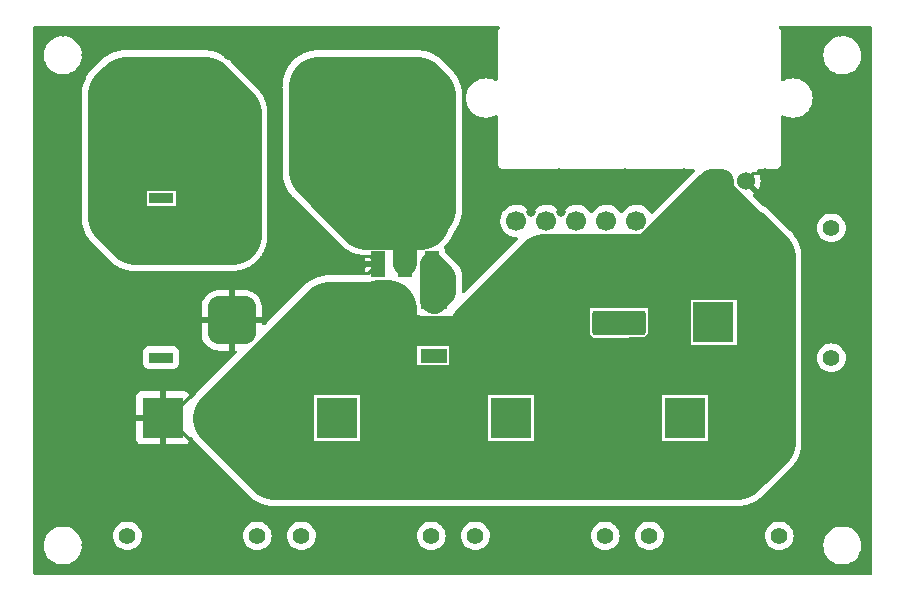
<source format=gtl>
%TF.GenerationSoftware,KiCad,Pcbnew,(6.0.11)*%
%TF.CreationDate,2023-05-24T21:09:08+09:00*%
%TF.ProjectId,power,706f7765-722e-46b6-9963-61645f706362,rev?*%
%TF.SameCoordinates,Original*%
%TF.FileFunction,Copper,L1,Top*%
%TF.FilePolarity,Positive*%
%FSLAX46Y46*%
G04 Gerber Fmt 4.6, Leading zero omitted, Abs format (unit mm)*
G04 Created by KiCad (PCBNEW (6.0.11)) date 2023-05-24 21:09:08*
%MOMM*%
%LPD*%
G01*
G04 APERTURE LIST*
G04 Aperture macros list*
%AMRoundRect*
0 Rectangle with rounded corners*
0 $1 Rounding radius*
0 $2 $3 $4 $5 $6 $7 $8 $9 X,Y pos of 4 corners*
0 Add a 4 corners polygon primitive as box body*
4,1,4,$2,$3,$4,$5,$6,$7,$8,$9,$2,$3,0*
0 Add four circle primitives for the rounded corners*
1,1,$1+$1,$2,$3*
1,1,$1+$1,$4,$5*
1,1,$1+$1,$6,$7*
1,1,$1+$1,$8,$9*
0 Add four rect primitives between the rounded corners*
20,1,$1+$1,$2,$3,$4,$5,0*
20,1,$1+$1,$4,$5,$6,$7,0*
20,1,$1+$1,$6,$7,$8,$9,0*
20,1,$1+$1,$8,$9,$2,$3,0*%
G04 Aperture macros list end*
%TA.AperFunction,ComponentPad*%
%ADD10C,1.400000*%
%TD*%
%TA.AperFunction,ComponentPad*%
%ADD11R,3.500000X3.500000*%
%TD*%
%TA.AperFunction,ComponentPad*%
%ADD12C,3.500000*%
%TD*%
%TA.AperFunction,ComponentPad*%
%ADD13C,1.524000*%
%TD*%
%TA.AperFunction,SMDPad,CuDef*%
%ADD14RoundRect,0.250001X-1.999999X-0.799999X1.999999X-0.799999X1.999999X0.799999X-1.999999X0.799999X0*%
%TD*%
%TA.AperFunction,SMDPad,CuDef*%
%ADD15R,1.200000X2.200000*%
%TD*%
%TA.AperFunction,SMDPad,CuDef*%
%ADD16R,5.800000X6.400000*%
%TD*%
%TA.AperFunction,ComponentPad*%
%ADD17C,1.700000*%
%TD*%
%TA.AperFunction,ComponentPad*%
%ADD18C,3.000000*%
%TD*%
%TA.AperFunction,SMDPad,CuDef*%
%ADD19R,2.200000X1.200000*%
%TD*%
%TA.AperFunction,SMDPad,CuDef*%
%ADD20R,6.400000X5.800000*%
%TD*%
%TA.AperFunction,ComponentPad*%
%ADD21R,2.000000X0.900000*%
%TD*%
%TA.AperFunction,ComponentPad*%
%ADD22RoundRect,1.025000X1.025000X-1.025000X1.025000X1.025000X-1.025000X1.025000X-1.025000X-1.025000X0*%
%TD*%
%TA.AperFunction,ComponentPad*%
%ADD23C,4.100000*%
%TD*%
%TA.AperFunction,ViaPad*%
%ADD24C,0.800000*%
%TD*%
%TA.AperFunction,Conductor*%
%ADD25C,5.000000*%
%TD*%
%TA.AperFunction,Conductor*%
%ADD26C,2.500000*%
%TD*%
%TA.AperFunction,Conductor*%
%ADD27C,2.000000*%
%TD*%
%TA.AperFunction,Conductor*%
%ADD28C,4.000000*%
%TD*%
%TA.AperFunction,Conductor*%
%ADD29C,0.250000*%
%TD*%
G04 APERTURE END LIST*
D10*
%TO.P,J6,*%
%TO.N,*%
X145854000Y-107201000D03*
X134854000Y-107201000D03*
D11*
%TO.P,J6,1,Pin_1*%
%TO.N,GND*%
X137854000Y-97201000D03*
D12*
%TO.P,J6,2,Pin_2*%
%TO.N,VDD*%
X142854000Y-97201000D03*
%TD*%
D13*
%TO.P,MES1,1,-*%
%TO.N,GND*%
X157736000Y-77126000D03*
%TO.P,MES1,2,+*%
%TO.N,VDD*%
X155736000Y-77111000D03*
%TD*%
D14*
%TO.P,C1,1*%
%TO.N,VDD*%
X139802000Y-89160000D03*
%TO.P,C1,2*%
%TO.N,GND*%
X147002000Y-89160000D03*
%TD*%
D10*
%TO.P,J4,*%
%TO.N,*%
X160586000Y-107201000D03*
X149586000Y-107201000D03*
D11*
%TO.P,J4,1,Pin_1*%
%TO.N,GND*%
X152586000Y-97201000D03*
D12*
%TO.P,J4,2,Pin_2*%
%TO.N,VDD*%
X157586000Y-97201000D03*
%TD*%
D10*
%TO.P,J2,*%
%TO.N,*%
X120122000Y-107201000D03*
X131122000Y-107201000D03*
D11*
%TO.P,J2,1,Pin_1*%
%TO.N,GND*%
X123122000Y-97201000D03*
D12*
%TO.P,J2,2,Pin_2*%
%TO.N,VDD*%
X128122000Y-97201000D03*
%TD*%
D15*
%TO.P,Q1,1,G*%
%TO.N,GND*%
X126644000Y-84216000D03*
%TO.P,Q1,2,D*%
%TO.N,Net-(F1-Pad2)*%
X128924000Y-84216000D03*
D16*
X128924000Y-77916000D03*
D15*
%TO.P,Q1,3,S*%
%TO.N,Net-(Q1-Pad3)*%
X131204000Y-84216000D03*
%TD*%
D10*
%TO.P,J5,*%
%TO.N,*%
X105390000Y-107201000D03*
X116390000Y-107201000D03*
D11*
%TO.P,J5,1,Pin_1*%
%TO.N,GND*%
X108390000Y-97201000D03*
D12*
%TO.P,J5,2,Pin_2*%
%TO.N,VDD*%
X113390000Y-97201000D03*
%TD*%
D10*
%TO.P,J3,*%
%TO.N,*%
X164999000Y-92120000D03*
X164999000Y-81120000D03*
D11*
%TO.P,J3,1,Pin_1*%
%TO.N,GND*%
X154999000Y-89120000D03*
D12*
%TO.P,J3,2,Pin_2*%
%TO.N,VDD*%
X154999000Y-84120000D03*
%TD*%
D17*
%TO.P,SW1,1,A*%
%TO.N,unconnected-(SW1-Pad1)*%
X145942000Y-80524000D03*
%TO.P,SW1,2,B*%
%TO.N,Net-(Q1-Pad3)*%
X143402000Y-80524000D03*
%TO.P,SW1,3,C*%
%TO.N,Net-(Q2-Pad1)*%
X140862000Y-80524000D03*
%TO.P,SW1,4*%
%TO.N,N/C*%
X148482000Y-80524000D03*
%TO.P,SW1,5*%
X138322000Y-80524000D03*
%TD*%
D18*
%TO.P,F1,1*%
%TO.N,+7.5V*%
X105232000Y-69094000D03*
X111932000Y-69094000D03*
%TO.P,F1,2*%
%TO.N,Net-(F1-Pad2)*%
X121532000Y-69094000D03*
X128232000Y-69094000D03*
%TD*%
D19*
%TO.P,Q2,1,G*%
%TO.N,Net-(Q2-Pad1)*%
X131311000Y-91949000D03*
D20*
%TO.P,Q2,2,D*%
%TO.N,VDD*%
X125011000Y-89669000D03*
D19*
X131311000Y-89669000D03*
%TO.P,Q2,3,S*%
%TO.N,Net-(Q1-Pad3)*%
X131311000Y-87389000D03*
%TD*%
D21*
%TO.P,J1,*%
%TO.N,*%
X108230000Y-92100000D03*
X108230000Y-78600000D03*
D22*
%TO.P,J1,1,Pin_1*%
%TO.N,GND*%
X114230000Y-88950000D03*
D23*
%TO.P,J1,2,Pin_2*%
%TO.N,+7.5V*%
X114230000Y-81750000D03*
%TD*%
D24*
%TO.N,GND*%
X141920000Y-76506000D03*
X145520000Y-89706000D03*
X99920000Y-106006000D03*
X163214000Y-81032000D03*
X97920000Y-110006000D03*
X159150000Y-78238000D03*
X137520000Y-82106000D03*
X144920000Y-105506000D03*
X113920000Y-64506000D03*
X99920000Y-110006000D03*
X163722000Y-107956000D03*
X136420000Y-108506000D03*
X136320000Y-67906000D03*
X129920000Y-110006000D03*
X162706000Y-105924000D03*
X168040000Y-109988000D03*
X103920000Y-100506000D03*
X160674000Y-108972000D03*
X134920000Y-84106000D03*
X163214000Y-92208000D03*
X114920000Y-106006000D03*
X163920000Y-75306000D03*
X168040000Y-96018000D03*
X147920000Y-105506000D03*
X136420000Y-105506000D03*
X162960000Y-96018000D03*
X158642000Y-109988000D03*
X118420000Y-105506000D03*
X163976000Y-70110000D03*
X97920000Y-82506000D03*
X120920000Y-84706000D03*
X134120000Y-80106000D03*
X164992000Y-93986000D03*
X125920000Y-105506000D03*
X104420000Y-85006000D03*
X151420000Y-108506000D03*
X101920000Y-108006000D03*
X129920000Y-65506000D03*
X168040000Y-100844000D03*
X102420000Y-110006000D03*
X158642000Y-104908000D03*
X97920000Y-100506000D03*
X100920000Y-70506000D03*
X97920000Y-68506000D03*
X106320000Y-91106000D03*
X168040000Y-85604000D03*
X112920000Y-110006000D03*
X164992000Y-90430000D03*
X101420000Y-82506000D03*
X122920000Y-83106000D03*
X141624000Y-109988000D03*
X129920000Y-105506000D03*
X168040000Y-75190000D03*
X168040000Y-70110000D03*
X97920000Y-108006000D03*
X168040000Y-79762000D03*
X97920000Y-66506000D03*
X109920000Y-93306000D03*
X132720000Y-82906000D03*
X160674000Y-105416000D03*
X117920000Y-76506000D03*
X137475000Y-77925000D03*
X97920000Y-64506000D03*
X155420000Y-105506000D03*
X142625000Y-77975000D03*
X135920000Y-64506000D03*
X121920000Y-105506000D03*
X119420000Y-66006000D03*
X166770000Y-81032000D03*
X140920000Y-105506000D03*
X148320000Y-89706000D03*
X124420000Y-110006000D03*
X106320000Y-93306000D03*
X115920000Y-85006000D03*
X132920000Y-105506000D03*
X148320000Y-88706000D03*
X114920000Y-108506000D03*
X144720000Y-79306000D03*
X117920000Y-80006000D03*
X124920000Y-65506000D03*
X158642000Y-107194000D03*
X155420000Y-108506000D03*
X134320000Y-72106000D03*
X118420000Y-108506000D03*
X100920000Y-76506000D03*
X103920000Y-88506000D03*
X134120000Y-76306000D03*
X132920000Y-108506000D03*
X118920000Y-110006000D03*
X97920000Y-88506000D03*
X117920000Y-70506000D03*
X99920000Y-64506000D03*
X129920000Y-64506000D03*
X113920000Y-66506000D03*
X168040000Y-105924000D03*
X159404000Y-76460000D03*
X162706000Y-100844000D03*
X101920000Y-64506000D03*
X109920000Y-100506000D03*
X108420000Y-65506000D03*
X106920000Y-106006000D03*
X140920000Y-108506000D03*
X139600000Y-79800000D03*
X165754000Y-64522000D03*
X161182000Y-67824000D03*
X101420000Y-68506000D03*
X136520000Y-76306000D03*
X147120000Y-79306000D03*
X168040000Y-107956000D03*
X124920000Y-64506000D03*
X101920000Y-66506000D03*
X115120000Y-104106000D03*
X145520000Y-88706000D03*
X136850000Y-81600000D03*
X144920000Y-108506000D03*
X168040000Y-90684000D03*
X108420000Y-64506000D03*
X153054000Y-109988000D03*
X133920000Y-68006000D03*
X162960000Y-82810000D03*
X129920000Y-108506000D03*
X97920000Y-94506000D03*
X147920000Y-108506000D03*
X147212000Y-109988000D03*
X163722000Y-66554000D03*
X161182000Y-64522000D03*
X103920000Y-108506000D03*
X166008000Y-109988000D03*
X166770000Y-92208000D03*
X162960000Y-90684000D03*
X134120000Y-85706000D03*
X146920000Y-88706000D03*
X161182000Y-72396000D03*
X168040000Y-82810000D03*
X149720000Y-79306000D03*
X142125000Y-79750000D03*
X109920000Y-90906000D03*
X164992000Y-79254000D03*
X147520000Y-76506000D03*
X162960000Y-85604000D03*
X166008000Y-68586000D03*
X152520000Y-76506000D03*
X125920000Y-108506000D03*
X167786000Y-64522000D03*
X106920000Y-108506000D03*
X103920000Y-94506000D03*
X119420000Y-64506000D03*
X135920000Y-110006000D03*
X168040000Y-66554000D03*
X166008000Y-105924000D03*
X162706000Y-109988000D03*
X164992000Y-82810000D03*
X126520000Y-84106000D03*
X151420000Y-105506000D03*
X97920000Y-105506000D03*
X97920000Y-76506000D03*
X136320000Y-72106000D03*
X162452000Y-107194000D03*
X101720000Y-105506000D03*
X99920000Y-68506000D03*
X103920000Y-106006000D03*
X110420000Y-85506000D03*
X110920000Y-106006000D03*
X121920000Y-108506000D03*
X106920000Y-110006000D03*
X97920000Y-70506000D03*
X146920000Y-89706000D03*
X161182000Y-75190000D03*
%TO.N,Net-(Q1-Pad3)*%
X132226000Y-85238000D03*
%TO.N,Net-(Q2-Pad1)*%
X131311000Y-91949000D03*
%TD*%
D25*
%TO.N,VDD*%
X142304000Y-101651000D02*
X155549000Y-101651000D01*
X158899000Y-84120000D02*
X159449000Y-84670000D01*
D26*
X154324000Y-79545000D02*
X159449000Y-84670000D01*
X148552000Y-93986000D02*
X148136000Y-93570000D01*
D25*
X124860000Y-92751000D02*
X126146873Y-92751000D01*
D27*
X147785138Y-84120000D02*
X143616000Y-84120000D01*
D28*
X146756825Y-85170000D02*
X159076000Y-85170000D01*
D26*
X150716000Y-85910000D02*
X150716000Y-90650162D01*
D27*
X155736000Y-77111000D02*
X155736000Y-80908127D01*
D26*
X154999000Y-84120000D02*
X152524127Y-84120000D01*
D25*
X143780071Y-94110071D02*
X145688000Y-96018000D01*
X154999000Y-84120000D02*
X158899000Y-84120000D01*
X159449000Y-95338000D02*
X157586000Y-97201000D01*
X142304000Y-92751000D02*
X135111000Y-92751000D01*
X148136000Y-93570000D02*
X148136000Y-92910000D01*
X142854000Y-97201000D02*
X147304000Y-101651000D01*
X126664000Y-88016000D02*
X127400000Y-88016000D01*
D26*
X157586000Y-97201000D02*
X157586000Y-94726127D01*
X148136000Y-91660000D02*
X149706162Y-91660000D01*
D25*
X142304000Y-92751000D02*
X142304000Y-101651000D01*
D27*
X155736000Y-77111000D02*
X154794138Y-77111000D01*
D25*
X128122000Y-101101000D02*
X128122000Y-97201000D01*
D26*
X151799000Y-92320000D02*
X159008000Y-92320000D01*
D27*
X159449000Y-81901630D02*
X159449000Y-84670000D01*
D25*
X118672000Y-101651000D02*
X118672000Y-95256000D01*
D26*
X150798999Y-90567163D02*
X150798999Y-85910000D01*
D25*
X131711000Y-95249000D02*
X127572000Y-95249000D01*
D28*
X142302001Y-86620000D02*
X143012001Y-85910000D01*
D25*
X159449000Y-84670000D02*
X159449000Y-92761000D01*
X143616000Y-84120000D02*
X142302001Y-85433999D01*
X127400000Y-88016000D02*
X127272000Y-88144000D01*
D26*
X125181000Y-89839000D02*
X132325824Y-89839000D01*
X133863000Y-93999000D02*
X135111000Y-92751000D01*
X149706162Y-91660000D02*
X150798999Y-90567163D01*
D27*
X157772370Y-81901630D02*
X156729503Y-81901630D01*
D26*
X152524127Y-84120000D02*
X151799000Y-84845127D01*
X155605873Y-80778000D02*
X155736000Y-80908127D01*
X134941000Y-89839000D02*
X135111000Y-89669000D01*
D25*
X124905000Y-101651000D02*
X127572000Y-101651000D01*
X126146873Y-92751000D02*
X127400000Y-94004127D01*
D26*
X152546000Y-81667000D02*
X152546000Y-80778000D01*
D25*
X125011000Y-91632000D02*
X128122000Y-94743000D01*
X142854000Y-93301000D02*
X142304000Y-92751000D01*
X145688000Y-96018000D02*
X148136000Y-93570000D01*
D26*
X125011000Y-89669000D02*
X125181000Y-89839000D01*
D25*
X142052000Y-86870001D02*
X142052000Y-91181929D01*
X123486000Y-88144000D02*
X122447000Y-88144000D01*
X142854000Y-97201000D02*
X142854000Y-92212000D01*
D26*
X154999000Y-84120000D02*
X152546000Y-81667000D01*
D25*
X122447000Y-88144000D02*
X119399000Y-91192000D01*
X125011000Y-89669000D02*
X123486000Y-88144000D01*
X148136000Y-101444000D02*
X147929000Y-101651000D01*
X118672000Y-92751000D02*
X124860000Y-92751000D01*
D26*
X157586000Y-94726127D02*
X156845873Y-93986000D01*
D27*
X155736000Y-77111000D02*
X155736000Y-78188630D01*
D25*
X142302001Y-85433999D02*
X142302001Y-86620000D01*
D27*
X155736000Y-77111000D02*
X155736000Y-77900688D01*
D25*
X135111000Y-89669000D02*
X140660000Y-84120000D01*
D26*
X128849127Y-93999000D02*
X133863000Y-93999000D01*
D25*
X143780071Y-92910000D02*
X148136000Y-92910000D01*
X127572000Y-101651000D02*
X128122000Y-101101000D01*
D27*
X159449000Y-81613688D02*
X159449000Y-84670000D01*
X131311000Y-89669000D02*
X129685000Y-89669000D01*
D25*
X147304000Y-101651000D02*
X157036000Y-101651000D01*
X135111000Y-92751000D02*
X135111000Y-89669000D01*
X142052000Y-91181929D02*
X143780071Y-92910000D01*
D28*
X143012001Y-85910000D02*
X146016825Y-85910000D01*
D25*
X132943000Y-101651000D02*
X133404000Y-101190000D01*
D26*
X156845873Y-93986000D02*
X148552000Y-93986000D01*
D25*
X142304000Y-101651000D02*
X142854000Y-101101000D01*
D26*
X148136000Y-92910000D02*
X148136000Y-91660000D01*
D25*
X159449000Y-84797000D02*
X159449000Y-83578260D01*
X133404000Y-101190000D02*
X133404000Y-95249000D01*
X142854000Y-97201000D02*
X142854000Y-93301000D01*
D26*
X129685000Y-89669000D02*
X129855000Y-89839000D01*
D25*
X119399000Y-91192000D02*
X123488000Y-91192000D01*
X132181000Y-95719000D02*
X131711000Y-95249000D01*
D26*
X155605873Y-80535873D02*
X154324000Y-79254000D01*
D25*
X157036000Y-101651000D02*
X157036000Y-93570000D01*
X142854000Y-101101000D02*
X142854000Y-97201000D01*
D27*
X155736000Y-77900688D02*
X159449000Y-81613688D01*
D25*
X127572000Y-101651000D02*
X132181000Y-101651000D01*
X125011000Y-89669000D02*
X126664000Y-88016000D01*
X128122000Y-97201000D02*
X128122000Y-94726127D01*
D28*
X146016825Y-85910000D02*
X150716000Y-85910000D01*
D25*
X143780071Y-92910000D02*
X143780071Y-94110071D01*
X132181000Y-101651000D02*
X132943000Y-101651000D01*
X142302001Y-86620000D02*
X142052000Y-86870001D01*
D26*
X159008000Y-92320000D02*
X159449000Y-92761000D01*
D25*
X124905000Y-101651000D02*
X118672000Y-101651000D01*
D26*
X151799000Y-84845127D02*
X151799000Y-92320000D01*
D28*
X150716000Y-85910000D02*
X150798999Y-85910000D01*
D27*
X131311000Y-89669000D02*
X139293000Y-89669000D01*
D25*
X128122000Y-94726127D02*
X127400000Y-94004127D01*
D28*
X150798999Y-85910000D02*
X151049000Y-86160001D01*
D25*
X142854000Y-92212000D02*
X139802000Y-89160000D01*
D28*
X159076000Y-85170000D02*
X159449000Y-84797000D01*
D25*
X118672000Y-95256000D02*
X118672000Y-92751000D01*
X159449000Y-92761000D02*
X159449000Y-99238000D01*
X159449000Y-83578260D02*
X157772370Y-81901630D01*
X127400000Y-94004127D02*
X127400000Y-88016000D01*
X132181000Y-101651000D02*
X132181000Y-95719000D01*
X125011000Y-89669000D02*
X125011000Y-91632000D01*
D28*
X146016825Y-85910000D02*
X146756825Y-85170000D01*
D25*
X127572000Y-95249000D02*
X127572000Y-101651000D01*
X113390000Y-97201000D02*
X119399000Y-91192000D01*
X113390000Y-97201000D02*
X117840000Y-101651000D01*
X159449000Y-84797000D02*
X159449000Y-97751000D01*
X159449000Y-92761000D02*
X159449000Y-95338000D01*
D27*
X159449000Y-81901630D02*
X157772370Y-81901630D01*
D26*
X150716000Y-90650162D02*
X149706162Y-91660000D01*
D25*
X128122000Y-94743000D02*
X128122000Y-97201000D01*
D27*
X139293000Y-89669000D02*
X139802000Y-89160000D01*
D25*
X159449000Y-84670000D02*
X159449000Y-84797000D01*
X143616000Y-84120000D02*
X154999000Y-84120000D01*
D26*
X152546000Y-80778000D02*
X155605873Y-80778000D01*
D25*
X148136000Y-92910000D02*
X148136000Y-101444000D01*
D26*
X128122000Y-94726127D02*
X128849127Y-93999000D01*
D25*
X132181000Y-101651000D02*
X142304000Y-101651000D01*
X157586000Y-99614000D02*
X155549000Y-101651000D01*
X117840000Y-101651000D02*
X124905000Y-101651000D01*
X140660000Y-84120000D02*
X143616000Y-84120000D01*
X159449000Y-99238000D02*
X157036000Y-101651000D01*
X159449000Y-97751000D02*
X157586000Y-99614000D01*
D27*
X159449000Y-81901630D02*
X159449000Y-84797000D01*
X155736000Y-80908127D02*
X152524127Y-84120000D01*
X129685000Y-89669000D02*
X125011000Y-89669000D01*
D26*
X129855000Y-89839000D02*
X134941000Y-89839000D01*
X155605873Y-80778000D02*
X155605873Y-80535873D01*
D25*
X157586000Y-97201000D02*
X157586000Y-99614000D01*
X139293000Y-89669000D02*
X135111000Y-89669000D01*
D27*
X154794138Y-77111000D02*
X147785138Y-84120000D01*
D25*
X123488000Y-91192000D02*
X125011000Y-89669000D01*
X127272000Y-88144000D02*
X122447000Y-88144000D01*
D27*
X156729503Y-81901630D02*
X155736000Y-80908127D01*
X155736000Y-78188630D02*
X159449000Y-81901630D01*
D26*
X154324000Y-79254000D02*
X154324000Y-79545000D01*
D29*
%TO.N,GND*%
X125720000Y-84906000D02*
X125120000Y-84906000D01*
X158366000Y-76460000D02*
X157736000Y-77090000D01*
X126520000Y-84106000D02*
X125920000Y-83506000D01*
X157736000Y-77090000D02*
X157736000Y-77126000D01*
X159404000Y-76460000D02*
X158366000Y-76460000D01*
X108815000Y-97201000D02*
X110920000Y-99306000D01*
X108390000Y-97201000D02*
X108825000Y-97201000D01*
X125920000Y-83506000D02*
X125320000Y-83506000D01*
X126520000Y-84106000D02*
X125720000Y-84906000D01*
X108390000Y-97201000D02*
X108815000Y-97201000D01*
X108825000Y-97201000D02*
X110920000Y-95106000D01*
D25*
%TO.N,+7.5V*%
X104530000Y-75450000D02*
X104530000Y-75688000D01*
X105232000Y-69094000D02*
X114160000Y-78022000D01*
X114230000Y-81750000D02*
X111930000Y-79450000D01*
X106064000Y-81750000D02*
X114230000Y-81750000D01*
X111914000Y-75434000D02*
X104546000Y-75434000D01*
X114230000Y-71392000D02*
X111932000Y-69094000D01*
X105232000Y-69094000D02*
X111932000Y-69094000D01*
X104530000Y-80216000D02*
X104530000Y-69796000D01*
X104530000Y-69796000D02*
X105232000Y-69094000D01*
X114230000Y-78022000D02*
X114230000Y-71392000D01*
X114160000Y-78022000D02*
X114230000Y-78022000D01*
X104546000Y-75434000D02*
X104530000Y-75450000D01*
X104530000Y-80216000D02*
X106064000Y-81750000D01*
X114230000Y-81750000D02*
X114230000Y-78022000D01*
X111930000Y-75450000D02*
X111914000Y-75434000D01*
X111930000Y-79450000D02*
X111930000Y-75450000D01*
%TO.N,Net-(F1-Pad2)*%
X124030000Y-77916000D02*
X128924000Y-77916000D01*
X125622000Y-80416000D02*
X130194000Y-80416000D01*
X121532000Y-69094000D02*
X121532000Y-75418000D01*
X128232000Y-69094000D02*
X128232000Y-77224000D01*
X121532000Y-76326000D02*
X121532000Y-75418000D01*
X128924000Y-77916000D02*
X128924000Y-77984000D01*
X121532000Y-75418000D02*
X124030000Y-77916000D01*
X130194000Y-80016000D02*
X130194000Y-80416000D01*
X126492000Y-80416000D02*
X125622000Y-80416000D01*
X121532000Y-69094000D02*
X125368000Y-69094000D01*
X125368000Y-76578000D02*
X124030000Y-77916000D01*
X125368000Y-69094000D02*
X128232000Y-69094000D01*
X130702000Y-69856000D02*
X130702000Y-79508000D01*
X128924000Y-77984000D02*
X126492000Y-80416000D01*
X128232000Y-69094000D02*
X129940000Y-69094000D01*
X130702000Y-79508000D02*
X130194000Y-80016000D01*
X128232000Y-77224000D02*
X128924000Y-77916000D01*
X129940000Y-69094000D02*
X130702000Y-69856000D01*
X125368000Y-69094000D02*
X125368000Y-76578000D01*
D27*
X128924000Y-84216000D02*
X128924000Y-77916000D01*
D25*
X125622000Y-80416000D02*
X121532000Y-76326000D01*
D27*
%TO.N,Net-(Q1-Pad3)*%
X132226000Y-85238000D02*
X131204000Y-84216000D01*
X131210000Y-84222000D02*
X131210000Y-87288000D01*
X131210000Y-87288000D02*
X131311000Y-87389000D01*
X131204000Y-84216000D02*
X131210000Y-84222000D01*
X132226000Y-86620000D02*
X132226000Y-85238000D01*
X131311000Y-87389000D02*
X131457000Y-87389000D01*
X131457000Y-87389000D02*
X132226000Y-86620000D01*
%TD*%
%TA.AperFunction,Conductor*%
%TO.N,GND*%
G36*
X136889492Y-64034502D02*
G01*
X136935985Y-64088158D01*
X136946089Y-64158432D01*
X136916595Y-64223012D01*
X136907676Y-64231852D01*
X136903042Y-64234776D01*
X136897102Y-64241501D01*
X136897098Y-64241505D01*
X136883468Y-64256938D01*
X136871276Y-64268982D01*
X136855673Y-64282427D01*
X136855671Y-64282430D01*
X136848873Y-64288287D01*
X136843993Y-64295816D01*
X136843992Y-64295817D01*
X136834906Y-64309835D01*
X136823615Y-64324709D01*
X136812569Y-64337217D01*
X136806622Y-64343951D01*
X136800312Y-64357391D01*
X136794058Y-64370711D01*
X136785737Y-64385691D01*
X136774529Y-64402983D01*
X136774527Y-64402988D01*
X136769648Y-64410515D01*
X136767078Y-64419108D01*
X136767076Y-64419113D01*
X136762289Y-64435120D01*
X136755628Y-64452564D01*
X136748533Y-64467676D01*
X136744719Y-64475800D01*
X136743338Y-64484667D01*
X136743338Y-64484668D01*
X136740170Y-64505015D01*
X136736387Y-64521732D01*
X136730485Y-64541466D01*
X136730484Y-64541472D01*
X136727914Y-64550066D01*
X136727859Y-64559037D01*
X136727859Y-64559038D01*
X136727704Y-64584497D01*
X136727671Y-64585289D01*
X136727500Y-64586386D01*
X136727500Y-64617377D01*
X136727498Y-64618147D01*
X136727024Y-64695721D01*
X136727408Y-64697065D01*
X136727500Y-64698410D01*
X136727500Y-68563469D01*
X136707498Y-68631590D01*
X136653842Y-68678083D01*
X136583568Y-68688187D01*
X136535665Y-68670901D01*
X136495501Y-68646288D01*
X136495490Y-68646282D01*
X136491271Y-68643697D01*
X136486701Y-68641804D01*
X136486697Y-68641802D01*
X136254662Y-68545690D01*
X136254660Y-68545689D01*
X136250089Y-68543796D01*
X136148452Y-68519395D01*
X136001062Y-68484009D01*
X136001056Y-68484008D01*
X135996249Y-68482854D01*
X135736000Y-68462372D01*
X135475751Y-68482854D01*
X135470944Y-68484008D01*
X135470938Y-68484009D01*
X135323548Y-68519395D01*
X135221911Y-68543796D01*
X135217340Y-68545689D01*
X135217338Y-68545690D01*
X134985303Y-68641802D01*
X134985299Y-68641804D01*
X134980729Y-68643697D01*
X134758144Y-68780097D01*
X134559637Y-68949637D01*
X134390097Y-69148144D01*
X134253697Y-69370729D01*
X134251804Y-69375299D01*
X134251802Y-69375303D01*
X134155690Y-69607338D01*
X134153796Y-69611911D01*
X134138165Y-69677019D01*
X134094009Y-69860938D01*
X134094008Y-69860944D01*
X134092854Y-69865751D01*
X134084440Y-69972666D01*
X134072901Y-70119282D01*
X134072899Y-70119282D01*
X134072900Y-70119290D01*
X134072372Y-70126000D01*
X134092854Y-70386249D01*
X134094008Y-70391056D01*
X134094009Y-70391062D01*
X134108295Y-70450565D01*
X134153796Y-70640089D01*
X134155689Y-70644660D01*
X134155690Y-70644662D01*
X134244198Y-70858338D01*
X134253697Y-70881271D01*
X134390097Y-71103856D01*
X134559637Y-71302363D01*
X134758144Y-71471903D01*
X134980729Y-71608303D01*
X134985299Y-71610196D01*
X134985303Y-71610198D01*
X135174416Y-71688531D01*
X135221911Y-71708204D01*
X135310931Y-71729576D01*
X135470938Y-71767991D01*
X135470944Y-71767992D01*
X135475751Y-71769146D01*
X135736000Y-71789628D01*
X135996249Y-71769146D01*
X136001056Y-71767992D01*
X136001062Y-71767991D01*
X136161069Y-71729576D01*
X136250089Y-71708204D01*
X136297584Y-71688531D01*
X136486697Y-71610198D01*
X136486701Y-71610196D01*
X136491271Y-71608303D01*
X136495491Y-71605717D01*
X136495501Y-71605712D01*
X136535665Y-71581099D01*
X136604198Y-71562560D01*
X136671875Y-71584016D01*
X136717208Y-71638655D01*
X136727500Y-71688531D01*
X136727500Y-75617377D01*
X136727498Y-75618147D01*
X136727024Y-75695721D01*
X136729491Y-75704352D01*
X136735150Y-75724153D01*
X136738728Y-75740915D01*
X136742920Y-75770187D01*
X136746634Y-75778355D01*
X136746634Y-75778356D01*
X136753548Y-75793562D01*
X136759996Y-75811086D01*
X136767051Y-75835771D01*
X136771843Y-75843365D01*
X136771844Y-75843368D01*
X136782830Y-75860780D01*
X136790969Y-75875863D01*
X136803208Y-75902782D01*
X136809069Y-75909584D01*
X136819970Y-75922235D01*
X136831073Y-75937239D01*
X136844776Y-75958958D01*
X136851501Y-75964897D01*
X136851504Y-75964901D01*
X136866938Y-75978532D01*
X136878982Y-75990724D01*
X136892427Y-76006327D01*
X136892430Y-76006329D01*
X136898287Y-76013127D01*
X136905816Y-76018007D01*
X136905817Y-76018008D01*
X136919835Y-76027094D01*
X136934709Y-76038385D01*
X136947217Y-76049431D01*
X136953951Y-76055378D01*
X136980711Y-76067942D01*
X136995691Y-76076263D01*
X137012983Y-76087471D01*
X137012988Y-76087473D01*
X137020515Y-76092352D01*
X137029108Y-76094922D01*
X137029113Y-76094924D01*
X137045120Y-76099711D01*
X137062564Y-76106372D01*
X137077676Y-76113467D01*
X137077678Y-76113468D01*
X137085800Y-76117281D01*
X137094667Y-76118662D01*
X137094668Y-76118662D01*
X137097353Y-76119080D01*
X137115017Y-76121830D01*
X137131732Y-76125613D01*
X137151466Y-76131515D01*
X137151472Y-76131516D01*
X137160066Y-76134086D01*
X137169037Y-76134141D01*
X137169038Y-76134141D01*
X137179097Y-76134202D01*
X137194506Y-76134296D01*
X137195289Y-76134329D01*
X137196386Y-76134500D01*
X137227377Y-76134500D01*
X137228147Y-76134502D01*
X137301785Y-76134952D01*
X137301786Y-76134952D01*
X137305721Y-76134976D01*
X137307065Y-76134592D01*
X137308410Y-76134500D01*
X153333107Y-76134500D01*
X153401228Y-76154502D01*
X153447721Y-76208158D01*
X153457825Y-76278432D01*
X153428331Y-76343012D01*
X153422202Y-76349595D01*
X149875515Y-79896282D01*
X149813203Y-79930308D01*
X149742388Y-79925243D01*
X149685552Y-79882696D01*
X149680628Y-79875627D01*
X149679294Y-79873564D01*
X149575451Y-79713047D01*
X149564822Y-79696617D01*
X149564820Y-79696614D01*
X149562014Y-79692277D01*
X149411670Y-79527051D01*
X149407619Y-79523852D01*
X149407615Y-79523848D01*
X149240414Y-79391800D01*
X149240410Y-79391798D01*
X149236359Y-79388598D01*
X149040789Y-79280638D01*
X149035920Y-79278914D01*
X149035916Y-79278912D01*
X148835087Y-79207795D01*
X148835083Y-79207794D01*
X148830212Y-79206069D01*
X148825119Y-79205162D01*
X148825116Y-79205161D01*
X148615373Y-79167800D01*
X148615367Y-79167799D01*
X148610284Y-79166894D01*
X148536452Y-79165992D01*
X148392081Y-79164228D01*
X148392079Y-79164228D01*
X148386911Y-79164165D01*
X148166091Y-79197955D01*
X147953756Y-79267357D01*
X147923443Y-79283137D01*
X147809439Y-79342484D01*
X147755607Y-79370507D01*
X147751474Y-79373610D01*
X147751471Y-79373612D01*
X147581100Y-79501530D01*
X147576965Y-79504635D01*
X147422629Y-79666138D01*
X147315201Y-79823621D01*
X147260293Y-79868621D01*
X147189768Y-79876792D01*
X147126021Y-79845538D01*
X147105324Y-79821054D01*
X147024822Y-79696617D01*
X147024820Y-79696614D01*
X147022014Y-79692277D01*
X146871670Y-79527051D01*
X146867619Y-79523852D01*
X146867615Y-79523848D01*
X146700414Y-79391800D01*
X146700410Y-79391798D01*
X146696359Y-79388598D01*
X146500789Y-79280638D01*
X146495920Y-79278914D01*
X146495916Y-79278912D01*
X146295087Y-79207795D01*
X146295083Y-79207794D01*
X146290212Y-79206069D01*
X146285119Y-79205162D01*
X146285116Y-79205161D01*
X146075373Y-79167800D01*
X146075367Y-79167799D01*
X146070284Y-79166894D01*
X145996452Y-79165992D01*
X145852081Y-79164228D01*
X145852079Y-79164228D01*
X145846911Y-79164165D01*
X145626091Y-79197955D01*
X145413756Y-79267357D01*
X145383443Y-79283137D01*
X145269439Y-79342484D01*
X145215607Y-79370507D01*
X145211474Y-79373610D01*
X145211471Y-79373612D01*
X145041100Y-79501530D01*
X145036965Y-79504635D01*
X144882629Y-79666138D01*
X144775201Y-79823621D01*
X144720293Y-79868621D01*
X144649768Y-79876792D01*
X144586021Y-79845538D01*
X144565324Y-79821054D01*
X144484822Y-79696617D01*
X144484820Y-79696614D01*
X144482014Y-79692277D01*
X144331670Y-79527051D01*
X144327619Y-79523852D01*
X144327615Y-79523848D01*
X144160414Y-79391800D01*
X144160410Y-79391798D01*
X144156359Y-79388598D01*
X143960789Y-79280638D01*
X143955920Y-79278914D01*
X143955916Y-79278912D01*
X143755087Y-79207795D01*
X143755083Y-79207794D01*
X143750212Y-79206069D01*
X143745119Y-79205162D01*
X143745116Y-79205161D01*
X143535373Y-79167800D01*
X143535367Y-79167799D01*
X143530284Y-79166894D01*
X143456452Y-79165992D01*
X143312081Y-79164228D01*
X143312079Y-79164228D01*
X143306911Y-79164165D01*
X143086091Y-79197955D01*
X142873756Y-79267357D01*
X142843443Y-79283137D01*
X142729439Y-79342484D01*
X142675607Y-79370507D01*
X142671474Y-79373610D01*
X142671471Y-79373612D01*
X142501100Y-79501530D01*
X142496965Y-79504635D01*
X142342629Y-79666138D01*
X142235201Y-79823621D01*
X142180293Y-79868621D01*
X142109768Y-79876792D01*
X142046021Y-79845538D01*
X142025324Y-79821054D01*
X141944822Y-79696617D01*
X141944820Y-79696614D01*
X141942014Y-79692277D01*
X141791670Y-79527051D01*
X141787619Y-79523852D01*
X141787615Y-79523848D01*
X141620414Y-79391800D01*
X141620410Y-79391798D01*
X141616359Y-79388598D01*
X141420789Y-79280638D01*
X141415920Y-79278914D01*
X141415916Y-79278912D01*
X141215087Y-79207795D01*
X141215083Y-79207794D01*
X141210212Y-79206069D01*
X141205119Y-79205162D01*
X141205116Y-79205161D01*
X140995373Y-79167800D01*
X140995367Y-79167799D01*
X140990284Y-79166894D01*
X140916452Y-79165992D01*
X140772081Y-79164228D01*
X140772079Y-79164228D01*
X140766911Y-79164165D01*
X140546091Y-79197955D01*
X140333756Y-79267357D01*
X140303443Y-79283137D01*
X140189439Y-79342484D01*
X140135607Y-79370507D01*
X140131474Y-79373610D01*
X140131471Y-79373612D01*
X139961100Y-79501530D01*
X139956965Y-79504635D01*
X139802629Y-79666138D01*
X139695201Y-79823621D01*
X139640293Y-79868621D01*
X139569768Y-79876792D01*
X139506021Y-79845538D01*
X139485324Y-79821054D01*
X139404822Y-79696617D01*
X139404820Y-79696614D01*
X139402014Y-79692277D01*
X139251670Y-79527051D01*
X139247619Y-79523852D01*
X139247615Y-79523848D01*
X139080414Y-79391800D01*
X139080410Y-79391798D01*
X139076359Y-79388598D01*
X138880789Y-79280638D01*
X138875920Y-79278914D01*
X138875916Y-79278912D01*
X138675087Y-79207795D01*
X138675083Y-79207794D01*
X138670212Y-79206069D01*
X138665119Y-79205162D01*
X138665116Y-79205161D01*
X138455373Y-79167800D01*
X138455367Y-79167799D01*
X138450284Y-79166894D01*
X138376452Y-79165992D01*
X138232081Y-79164228D01*
X138232079Y-79164228D01*
X138226911Y-79164165D01*
X138006091Y-79197955D01*
X137793756Y-79267357D01*
X137763443Y-79283137D01*
X137649439Y-79342484D01*
X137595607Y-79370507D01*
X137591474Y-79373610D01*
X137591471Y-79373612D01*
X137421100Y-79501530D01*
X137416965Y-79504635D01*
X137262629Y-79666138D01*
X137259720Y-79670403D01*
X137259714Y-79670411D01*
X137232315Y-79710577D01*
X137136743Y-79850680D01*
X137110654Y-79906884D01*
X137046906Y-80044219D01*
X137042688Y-80053305D01*
X136982989Y-80268570D01*
X136959251Y-80490695D01*
X136959548Y-80495848D01*
X136959548Y-80495851D01*
X136966357Y-80613933D01*
X136972110Y-80713715D01*
X136973247Y-80718761D01*
X136973248Y-80718767D01*
X136996641Y-80822564D01*
X137021222Y-80931639D01*
X137105266Y-81138616D01*
X137116798Y-81157435D01*
X137205647Y-81302423D01*
X137221987Y-81329088D01*
X137368250Y-81497938D01*
X137540126Y-81640632D01*
X137733000Y-81753338D01*
X137737825Y-81755180D01*
X137737826Y-81755181D01*
X137768997Y-81767084D01*
X137941692Y-81833030D01*
X137946760Y-81834061D01*
X137946763Y-81834062D01*
X138054379Y-81855957D01*
X138160597Y-81877567D01*
X138165772Y-81877757D01*
X138165774Y-81877757D01*
X138341644Y-81884206D01*
X138408986Y-81906691D01*
X138453482Y-81962014D01*
X138461004Y-82032611D01*
X138426122Y-82099216D01*
X133949595Y-86575743D01*
X133887283Y-86609769D01*
X133816468Y-86604704D01*
X133759632Y-86562157D01*
X133734821Y-86495637D01*
X133734500Y-86486648D01*
X133734500Y-85262002D01*
X133734549Y-85258483D01*
X133737193Y-85163850D01*
X133737193Y-85163847D01*
X133737334Y-85158795D01*
X133726941Y-85080902D01*
X133726241Y-85074353D01*
X133720346Y-85001077D01*
X133720345Y-85001073D01*
X133719940Y-84996035D01*
X133712101Y-84964122D01*
X133709573Y-84950738D01*
X133705898Y-84923194D01*
X133705229Y-84918180D01*
X133682522Y-84842971D01*
X133680781Y-84836608D01*
X133663244Y-84765209D01*
X133662037Y-84760294D01*
X133649199Y-84730048D01*
X133644561Y-84717237D01*
X133636530Y-84690638D01*
X133635067Y-84685792D01*
X133632849Y-84681244D01*
X133632846Y-84681237D01*
X133600629Y-84615182D01*
X133597893Y-84609180D01*
X133574092Y-84553109D01*
X133567188Y-84536844D01*
X133549681Y-84509044D01*
X133543052Y-84497134D01*
X133541421Y-84493789D01*
X133528654Y-84467612D01*
X133483357Y-84403400D01*
X133479699Y-84397914D01*
X133440529Y-84335714D01*
X133440528Y-84335713D01*
X133437833Y-84331433D01*
X133434492Y-84327644D01*
X133434488Y-84327638D01*
X133416102Y-84306783D01*
X133407656Y-84296088D01*
X133405574Y-84293137D01*
X133388726Y-84269253D01*
X133383733Y-84263785D01*
X133370062Y-84248813D01*
X133370054Y-84248805D01*
X133369091Y-84247750D01*
X133329375Y-84208034D01*
X133323956Y-84202264D01*
X133280650Y-84153142D01*
X133280647Y-84153139D01*
X133277302Y-84149345D01*
X133245011Y-84122821D01*
X133235892Y-84114551D01*
X132349405Y-83228064D01*
X132315379Y-83165752D01*
X132312500Y-83138969D01*
X132312500Y-83067866D01*
X132305745Y-83005684D01*
X132254615Y-82869295D01*
X132209607Y-82809241D01*
X132184760Y-82742737D01*
X132199813Y-82673355D01*
X132220873Y-82645050D01*
X132286327Y-82578907D01*
X132290117Y-82575235D01*
X132366441Y-82504310D01*
X132366448Y-82504302D01*
X132369096Y-82501842D01*
X132396004Y-82470337D01*
X132407116Y-82457327D01*
X132413366Y-82450531D01*
X132451978Y-82411512D01*
X132451979Y-82411511D01*
X132454534Y-82408929D01*
X132521072Y-82324070D01*
X132524415Y-82319987D01*
X132532012Y-82311092D01*
X132594422Y-82238019D01*
X132627076Y-82189424D01*
X132632500Y-82181959D01*
X132641416Y-82170589D01*
X132668614Y-82135902D01*
X132724938Y-82043990D01*
X132727785Y-82039556D01*
X132785907Y-81953060D01*
X132785912Y-81953052D01*
X132787931Y-81950047D01*
X132789588Y-81946836D01*
X132789596Y-81946823D01*
X132814783Y-81898024D01*
X132819315Y-81889981D01*
X132837537Y-81860245D01*
X132849895Y-81840079D01*
X132854024Y-81831185D01*
X132895290Y-81742284D01*
X132897612Y-81737544D01*
X132900958Y-81731063D01*
X132947060Y-81641741D01*
X132967753Y-81586979D01*
X132971331Y-81578469D01*
X132994445Y-81528673D01*
X132994448Y-81528665D01*
X132995973Y-81525380D01*
X133024300Y-81439729D01*
X133049848Y-81395480D01*
X133063737Y-81379891D01*
X133116284Y-81305123D01*
X133120210Y-81299838D01*
X133174367Y-81230769D01*
X133174375Y-81230758D01*
X133176614Y-81227902D01*
X133215792Y-81163969D01*
X133220130Y-81157365D01*
X133261145Y-81099007D01*
X133261146Y-81099005D01*
X133263235Y-81096033D01*
X133264968Y-81092842D01*
X133264975Y-81092830D01*
X133306832Y-81015737D01*
X133310131Y-81010022D01*
X133321316Y-80991771D01*
X133355232Y-80936425D01*
X133355999Y-80935174D01*
X133356003Y-80935166D01*
X133357895Y-80932079D01*
X133359422Y-80928790D01*
X133359426Y-80928782D01*
X133389466Y-80864067D01*
X133393022Y-80856997D01*
X133427050Y-80794325D01*
X133427055Y-80794314D01*
X133428785Y-80791128D01*
X133462862Y-80706359D01*
X133465480Y-80700306D01*
X133486210Y-80655647D01*
X133503973Y-80617380D01*
X133527518Y-80546188D01*
X133530237Y-80538758D01*
X133553999Y-80479650D01*
X133558193Y-80469216D01*
X133582307Y-80381073D01*
X133584213Y-80374759D01*
X133611773Y-80291423D01*
X133612913Y-80287977D01*
X133613649Y-80284425D01*
X133613651Y-80284416D01*
X133628113Y-80214576D01*
X133629955Y-80206900D01*
X133649745Y-80134563D01*
X133660863Y-80061906D01*
X133663570Y-80044219D01*
X133664738Y-80037728D01*
X133682531Y-79951804D01*
X133683270Y-79948236D01*
X133685359Y-79924835D01*
X133689934Y-79873564D01*
X133690885Y-79865705D01*
X133701674Y-79795199D01*
X133702224Y-79791605D01*
X133705573Y-79700280D01*
X133705987Y-79693700D01*
X133710251Y-79645925D01*
X133710251Y-79645917D01*
X133710500Y-79643131D01*
X133710500Y-79568213D01*
X133710585Y-79563596D01*
X133714805Y-79448527D01*
X133714805Y-79448519D01*
X133714938Y-79444888D01*
X133710888Y-79393429D01*
X133710500Y-79383543D01*
X133710500Y-70029431D01*
X133710966Y-70020959D01*
X133710881Y-70020955D01*
X133711071Y-70017322D01*
X133711469Y-70013720D01*
X133710501Y-69828796D01*
X133710500Y-69828316D01*
X133710500Y-69767568D01*
X133710338Y-69764752D01*
X133710132Y-69758183D01*
X133709672Y-69670405D01*
X133709653Y-69666775D01*
X133700644Y-69592329D01*
X133699942Y-69584465D01*
X133695836Y-69513247D01*
X133695836Y-69513244D01*
X133695627Y-69509626D01*
X133679911Y-69419581D01*
X133678950Y-69413065D01*
X133677575Y-69401698D01*
X133667971Y-69322338D01*
X133653736Y-69263042D01*
X133650469Y-69249436D01*
X133648864Y-69241686D01*
X133636599Y-69171412D01*
X133635976Y-69167842D01*
X133610016Y-69080201D01*
X133608315Y-69073856D01*
X133605917Y-69063865D01*
X133586977Y-68984975D01*
X133561207Y-68914556D01*
X133558734Y-68907078D01*
X133537437Y-68835180D01*
X133536016Y-68831849D01*
X133536013Y-68831840D01*
X133506981Y-68763776D01*
X133501575Y-68751102D01*
X133499152Y-68744981D01*
X133468990Y-68662561D01*
X133467744Y-68659156D01*
X133434051Y-68592164D01*
X133430730Y-68585008D01*
X133402744Y-68519395D01*
X133402741Y-68519390D01*
X133401316Y-68516048D01*
X133356022Y-68436640D01*
X133352918Y-68430850D01*
X133313491Y-68352455D01*
X133313488Y-68352449D01*
X133311854Y-68349201D01*
X133270701Y-68286552D01*
X133266564Y-68279803D01*
X133229417Y-68214676D01*
X133175311Y-68141019D01*
X133171547Y-68135604D01*
X133123356Y-68062241D01*
X133123354Y-68062238D01*
X133121370Y-68059218D01*
X133119054Y-68056448D01*
X133119045Y-68056436D01*
X133073284Y-68001706D01*
X133068400Y-67995478D01*
X133028403Y-67941030D01*
X133024018Y-67935060D01*
X132961798Y-67868103D01*
X132957450Y-67863171D01*
X132924883Y-67824221D01*
X132871922Y-67771260D01*
X132868717Y-67767936D01*
X132833380Y-67729909D01*
X132787842Y-67680904D01*
X132748582Y-67647372D01*
X132741329Y-67640667D01*
X132189969Y-67089307D01*
X132184301Y-67082979D01*
X132184237Y-67083037D01*
X132181812Y-67080344D01*
X132179541Y-67077509D01*
X132048123Y-66947460D01*
X132047656Y-66946994D01*
X132004800Y-66904138D01*
X132002695Y-66902263D01*
X131997895Y-66897755D01*
X131935516Y-66836025D01*
X131935506Y-66836016D01*
X131932929Y-66833466D01*
X131873926Y-66787202D01*
X131867859Y-66782129D01*
X131859240Y-66774449D01*
X131811891Y-66732263D01*
X131737112Y-66679707D01*
X131731817Y-66675774D01*
X131662759Y-66621626D01*
X131662757Y-66621625D01*
X131659902Y-66619386D01*
X131656808Y-66617490D01*
X131656798Y-66617483D01*
X131595983Y-66580215D01*
X131589368Y-66575870D01*
X131531016Y-66534859D01*
X131530998Y-66534848D01*
X131528033Y-66532764D01*
X131524836Y-66531028D01*
X131447725Y-66489160D01*
X131442013Y-66485862D01*
X131367184Y-66440007D01*
X131367174Y-66440002D01*
X131364079Y-66438105D01*
X131360789Y-66436578D01*
X131360780Y-66436573D01*
X131296070Y-66406536D01*
X131289000Y-66402980D01*
X131226318Y-66368947D01*
X131223128Y-66367215D01*
X131219767Y-66365864D01*
X131219763Y-66365862D01*
X131138342Y-66333131D01*
X131132289Y-66330512D01*
X131127429Y-66328256D01*
X131049380Y-66292027D01*
X130978173Y-66268477D01*
X130970797Y-66265777D01*
X130901216Y-66237806D01*
X130813049Y-66213686D01*
X130806768Y-66211790D01*
X130753822Y-66194280D01*
X130723422Y-66184226D01*
X130723417Y-66184225D01*
X130719977Y-66183087D01*
X130716422Y-66182351D01*
X130716419Y-66182350D01*
X130646575Y-66167886D01*
X130638878Y-66166038D01*
X130570066Y-66147213D01*
X130570056Y-66147211D01*
X130566562Y-66146255D01*
X130476222Y-66132431D01*
X130469742Y-66131266D01*
X130380236Y-66112730D01*
X130376614Y-66112407D01*
X130376609Y-66112406D01*
X130305563Y-66106066D01*
X130297704Y-66105115D01*
X130248878Y-66097643D01*
X130223605Y-66093776D01*
X130132280Y-66090427D01*
X130125703Y-66090013D01*
X130117275Y-66089261D01*
X130077925Y-66085749D01*
X130077917Y-66085749D01*
X130075131Y-66085500D01*
X130000213Y-66085500D01*
X129995596Y-66085415D01*
X129880527Y-66081195D01*
X129880519Y-66081195D01*
X129876888Y-66081062D01*
X129873267Y-66081347D01*
X129873265Y-66081347D01*
X129825427Y-66085112D01*
X129815541Y-66085500D01*
X128263096Y-66085500D01*
X128261117Y-66085484D01*
X128109446Y-66083101D01*
X128109442Y-66083101D01*
X128105804Y-66083044D01*
X128102190Y-66083405D01*
X128102184Y-66083405D01*
X128087440Y-66084877D01*
X128074926Y-66085500D01*
X125399096Y-66085500D01*
X125397117Y-66085484D01*
X125245446Y-66083101D01*
X125245442Y-66083101D01*
X125241804Y-66083044D01*
X125238190Y-66083405D01*
X125238184Y-66083405D01*
X125223440Y-66084877D01*
X125210926Y-66085500D01*
X121563096Y-66085500D01*
X121561117Y-66085484D01*
X121409445Y-66083101D01*
X121409442Y-66083101D01*
X121405804Y-66083044D01*
X121402189Y-66083405D01*
X121402185Y-66083405D01*
X121298507Y-66093754D01*
X121293245Y-66094168D01*
X121189243Y-66100164D01*
X121189235Y-66100165D01*
X121185626Y-66100373D01*
X121127955Y-66110439D01*
X121118823Y-66111689D01*
X121060569Y-66117503D01*
X121057038Y-66118273D01*
X121057031Y-66118274D01*
X120955210Y-66140475D01*
X120950031Y-66141491D01*
X120847415Y-66159400D01*
X120847408Y-66159402D01*
X120843842Y-66160024D01*
X120787721Y-66176648D01*
X120778790Y-66178941D01*
X120725132Y-66190640D01*
X120725129Y-66190641D01*
X120721583Y-66191414D01*
X120662085Y-66211785D01*
X120619550Y-66226348D01*
X120614528Y-66227950D01*
X120511180Y-66258563D01*
X120457352Y-66281523D01*
X120448732Y-66284832D01*
X120393339Y-66303797D01*
X120296002Y-66350225D01*
X120291222Y-66352383D01*
X120195388Y-66393259D01*
X120195382Y-66393262D01*
X120192048Y-66394684D01*
X120141812Y-66423338D01*
X120141198Y-66423688D01*
X120133018Y-66427964D01*
X120080188Y-66453163D01*
X119988849Y-66510460D01*
X119984347Y-66513154D01*
X119890676Y-66566583D01*
X119887759Y-66568726D01*
X119887754Y-66568729D01*
X119843488Y-66601246D01*
X119835850Y-66606436D01*
X119786279Y-66637532D01*
X119783450Y-66639799D01*
X119783445Y-66639802D01*
X119702141Y-66704939D01*
X119697971Y-66708139D01*
X119661840Y-66734680D01*
X119613990Y-66769830D01*
X119611060Y-66771982D01*
X119608407Y-66774448D01*
X119608405Y-66774449D01*
X119568177Y-66811830D01*
X119561188Y-66817863D01*
X119515509Y-66854459D01*
X119512956Y-66857039D01*
X119439673Y-66931093D01*
X119435883Y-66934765D01*
X119359559Y-67005690D01*
X119359552Y-67005698D01*
X119356904Y-67008158D01*
X119354557Y-67010906D01*
X119354556Y-67010907D01*
X119318884Y-67052673D01*
X119312634Y-67059469D01*
X119271466Y-67101071D01*
X119269230Y-67103923D01*
X119269228Y-67103925D01*
X119204928Y-67185930D01*
X119201585Y-67190013D01*
X119131578Y-67271981D01*
X119129549Y-67275001D01*
X119098929Y-67320569D01*
X119093505Y-67328035D01*
X119057386Y-67374098D01*
X119010774Y-67450162D01*
X119001065Y-67466005D01*
X118998215Y-67470444D01*
X118940093Y-67556940D01*
X118940088Y-67556948D01*
X118938069Y-67559953D01*
X118936412Y-67563164D01*
X118936404Y-67563177D01*
X118911217Y-67611976D01*
X118906685Y-67620019D01*
X118876105Y-67669921D01*
X118874575Y-67673217D01*
X118874574Y-67673219D01*
X118830710Y-67767716D01*
X118828397Y-67772438D01*
X118778940Y-67868259D01*
X118777661Y-67871645D01*
X118758247Y-67923021D01*
X118754669Y-67931531D01*
X118731555Y-67981327D01*
X118731552Y-67981335D01*
X118730027Y-67984620D01*
X118696166Y-68087005D01*
X118694426Y-68091919D01*
X118656302Y-68192811D01*
X118655417Y-68196335D01*
X118655415Y-68196341D01*
X118642041Y-68249588D01*
X118639466Y-68258453D01*
X118621087Y-68314023D01*
X118620350Y-68317584D01*
X118620349Y-68317586D01*
X118599224Y-68419594D01*
X118598049Y-68424726D01*
X118571780Y-68529308D01*
X118571307Y-68532899D01*
X118571307Y-68532900D01*
X118564138Y-68587350D01*
X118562598Y-68596452D01*
X118561713Y-68600725D01*
X118550730Y-68653764D01*
X118550408Y-68657376D01*
X118541147Y-68761141D01*
X118540568Y-68766386D01*
X118531054Y-68838654D01*
X118526494Y-68873289D01*
X118526437Y-68876925D01*
X118525575Y-68931813D01*
X118525093Y-68941021D01*
X118523500Y-68958869D01*
X118523500Y-69062904D01*
X118523484Y-69064883D01*
X118521133Y-69214557D01*
X118521044Y-69220196D01*
X118521405Y-69223810D01*
X118521405Y-69223816D01*
X118522877Y-69238560D01*
X118523500Y-69251074D01*
X118523500Y-75244569D01*
X118523034Y-75253041D01*
X118523119Y-75253045D01*
X118522929Y-75256678D01*
X118522531Y-75260280D01*
X118522550Y-75263906D01*
X118523498Y-75445024D01*
X118523500Y-75445684D01*
X118523500Y-76152569D01*
X118523034Y-76161041D01*
X118523119Y-76161045D01*
X118522929Y-76164678D01*
X118522531Y-76168280D01*
X118522550Y-76171906D01*
X118523498Y-76353024D01*
X118523500Y-76353684D01*
X118523500Y-76414432D01*
X118523605Y-76416251D01*
X118523605Y-76416258D01*
X118523662Y-76417241D01*
X118523868Y-76423817D01*
X118524253Y-76497336D01*
X118524347Y-76515225D01*
X118533356Y-76589671D01*
X118534057Y-76597520D01*
X118538373Y-76672374D01*
X118540576Y-76684993D01*
X118554087Y-76762408D01*
X118555049Y-76768931D01*
X118566029Y-76859662D01*
X118566875Y-76863187D01*
X118566876Y-76863191D01*
X118583531Y-76932564D01*
X118585136Y-76940314D01*
X118598024Y-77014158D01*
X118623984Y-77101799D01*
X118625681Y-77108127D01*
X118647023Y-77197025D01*
X118648267Y-77200423D01*
X118672790Y-77267435D01*
X118675266Y-77274922D01*
X118696563Y-77346820D01*
X118697984Y-77350151D01*
X118697987Y-77350160D01*
X118732420Y-77430886D01*
X118734848Y-77437019D01*
X118766256Y-77522844D01*
X118767885Y-77526082D01*
X118767888Y-77526090D01*
X118799939Y-77589818D01*
X118803271Y-77596995D01*
X118832684Y-77665952D01*
X118877980Y-77745364D01*
X118881083Y-77751152D01*
X118911146Y-77810926D01*
X118922147Y-77832799D01*
X118963307Y-77895459D01*
X118967431Y-77902189D01*
X119004583Y-77967324D01*
X119006729Y-77970245D01*
X119058695Y-78040988D01*
X119062460Y-78046405D01*
X119112630Y-78122782D01*
X119114955Y-78125563D01*
X119114959Y-78125568D01*
X119160716Y-78180294D01*
X119165600Y-78186522D01*
X119209982Y-78246940D01*
X119212441Y-78249586D01*
X119272202Y-78313897D01*
X119276550Y-78318829D01*
X119309117Y-78357779D01*
X119362078Y-78410740D01*
X119365283Y-78414064D01*
X119446158Y-78501096D01*
X119485418Y-78534628D01*
X119492671Y-78541333D01*
X123372031Y-82420692D01*
X123377701Y-82427022D01*
X123377765Y-82426965D01*
X123380191Y-82429660D01*
X123382459Y-82432491D01*
X123385028Y-82435033D01*
X123385035Y-82435041D01*
X123513972Y-82562634D01*
X123514439Y-82563100D01*
X123557200Y-82605861D01*
X123558573Y-82607084D01*
X123558577Y-82607088D01*
X123559293Y-82607726D01*
X123564096Y-82612236D01*
X123626493Y-82673983D01*
X123629071Y-82676534D01*
X123688087Y-82722808D01*
X123694131Y-82727862D01*
X123750109Y-82777737D01*
X123824877Y-82830284D01*
X123830162Y-82834210D01*
X123899231Y-82888367D01*
X123899242Y-82888375D01*
X123902098Y-82890614D01*
X123966031Y-82929792D01*
X123972635Y-82934130D01*
X124020611Y-82967848D01*
X124033967Y-82977235D01*
X124037155Y-82978966D01*
X124037170Y-82978975D01*
X124114263Y-83020832D01*
X124119968Y-83024125D01*
X124147459Y-83040972D01*
X124194826Y-83069999D01*
X124194834Y-83070003D01*
X124197921Y-83071895D01*
X124201210Y-83073422D01*
X124201218Y-83073426D01*
X124265933Y-83103466D01*
X124273003Y-83107022D01*
X124335675Y-83141050D01*
X124335686Y-83141055D01*
X124338872Y-83142785D01*
X124423639Y-83176861D01*
X124429693Y-83179480D01*
X124512620Y-83217973D01*
X124556395Y-83232450D01*
X124583808Y-83241516D01*
X124591238Y-83244235D01*
X124660784Y-83272193D01*
X124692351Y-83280829D01*
X124748927Y-83296307D01*
X124755241Y-83298213D01*
X124780980Y-83306725D01*
X124842023Y-83326913D01*
X124845575Y-83327649D01*
X124845584Y-83327651D01*
X124891264Y-83337110D01*
X124915433Y-83342115D01*
X124923100Y-83343955D01*
X124995437Y-83363745D01*
X125052559Y-83372486D01*
X125085781Y-83377570D01*
X125092272Y-83378738D01*
X125159527Y-83392665D01*
X125181764Y-83397270D01*
X125185386Y-83397593D01*
X125185391Y-83397594D01*
X125256436Y-83403934D01*
X125264297Y-83404885D01*
X125338395Y-83416224D01*
X125414618Y-83419019D01*
X125481959Y-83441503D01*
X125526455Y-83496827D01*
X125536000Y-83544934D01*
X125536000Y-83943885D01*
X125540475Y-83959124D01*
X125541865Y-83960329D01*
X125549548Y-83962000D01*
X126772000Y-83962000D01*
X126840121Y-83982002D01*
X126886614Y-84035658D01*
X126898000Y-84088000D01*
X126898000Y-84344000D01*
X126877998Y-84412121D01*
X126824342Y-84458614D01*
X126772000Y-84470000D01*
X125554116Y-84470000D01*
X125538877Y-84474475D01*
X125537672Y-84475865D01*
X125536001Y-84483548D01*
X125536001Y-85009500D01*
X125515999Y-85077621D01*
X125462343Y-85124114D01*
X125410001Y-85135500D01*
X123546213Y-85135500D01*
X123541596Y-85135415D01*
X123426527Y-85131195D01*
X123426519Y-85131195D01*
X123422888Y-85131062D01*
X123419267Y-85131347D01*
X123419265Y-85131347D01*
X123371427Y-85135112D01*
X123361541Y-85135500D01*
X122620431Y-85135500D01*
X122611959Y-85135034D01*
X122611955Y-85135119D01*
X122608322Y-85134929D01*
X122604720Y-85134531D01*
X122435833Y-85135415D01*
X122419976Y-85135498D01*
X122419316Y-85135500D01*
X122358568Y-85135500D01*
X122356749Y-85135605D01*
X122356742Y-85135605D01*
X122356239Y-85135634D01*
X122355752Y-85135662D01*
X122349183Y-85135868D01*
X122265701Y-85136305D01*
X122257775Y-85136347D01*
X122183329Y-85145356D01*
X122175480Y-85146057D01*
X122125903Y-85148915D01*
X122104247Y-85150164D01*
X122104244Y-85150164D01*
X122100626Y-85150373D01*
X122010581Y-85166089D01*
X122004069Y-85167049D01*
X121966303Y-85171620D01*
X121916948Y-85177592D01*
X121916946Y-85177592D01*
X121913338Y-85178029D01*
X121909813Y-85178875D01*
X121909809Y-85178876D01*
X121840436Y-85195531D01*
X121832686Y-85197136D01*
X121758842Y-85210024D01*
X121671201Y-85235984D01*
X121664873Y-85237681D01*
X121601448Y-85252907D01*
X121579494Y-85258178D01*
X121579491Y-85258179D01*
X121575975Y-85259023D01*
X121505556Y-85284793D01*
X121498078Y-85287266D01*
X121426180Y-85308563D01*
X121422849Y-85309984D01*
X121422840Y-85309987D01*
X121372643Y-85331398D01*
X121342102Y-85344425D01*
X121335981Y-85346848D01*
X121253563Y-85377009D01*
X121253560Y-85377010D01*
X121250156Y-85378256D01*
X121246918Y-85379885D01*
X121246910Y-85379888D01*
X121183182Y-85411939D01*
X121176005Y-85415271D01*
X121107048Y-85444684D01*
X121027636Y-85489980D01*
X121021848Y-85493083D01*
X120940201Y-85534147D01*
X120877541Y-85575307D01*
X120870811Y-85579431D01*
X120805676Y-85616583D01*
X120802755Y-85618729D01*
X120732012Y-85670695D01*
X120726595Y-85674460D01*
X120650218Y-85724630D01*
X120647437Y-85726955D01*
X120647432Y-85726959D01*
X120592706Y-85772716D01*
X120586478Y-85777600D01*
X120566114Y-85792559D01*
X120526060Y-85821982D01*
X120486464Y-85858777D01*
X120459103Y-85884202D01*
X120454171Y-85888550D01*
X120415221Y-85921117D01*
X120362260Y-85974078D01*
X120358936Y-85977283D01*
X120271904Y-86058158D01*
X120238372Y-86097418D01*
X120231667Y-86104671D01*
X117314260Y-89022078D01*
X117310936Y-89025283D01*
X117223904Y-89106158D01*
X117190372Y-89145418D01*
X117183667Y-89152671D01*
X117003095Y-89333243D01*
X116940783Y-89367269D01*
X116869968Y-89362204D01*
X116813132Y-89319657D01*
X116788321Y-89253137D01*
X116788000Y-89244148D01*
X116788000Y-89222115D01*
X116783525Y-89206876D01*
X116782135Y-89205671D01*
X116774452Y-89204000D01*
X114502115Y-89204000D01*
X114486876Y-89208475D01*
X114485671Y-89209865D01*
X114484000Y-89217548D01*
X114484000Y-91489885D01*
X114488475Y-91505124D01*
X114489865Y-91506329D01*
X114497548Y-91508000D01*
X114524148Y-91508000D01*
X114592269Y-91528002D01*
X114638762Y-91581658D01*
X114648866Y-91651932D01*
X114619372Y-91716512D01*
X114613243Y-91723095D01*
X111284674Y-95051664D01*
X111283264Y-95053053D01*
X111171699Y-95161167D01*
X111103388Y-95244625D01*
X111100021Y-95248569D01*
X111028263Y-95329109D01*
X110994603Y-95377002D01*
X110989028Y-95384347D01*
X110951947Y-95429651D01*
X110949990Y-95432699D01*
X110949988Y-95432702D01*
X110893690Y-95520395D01*
X110890761Y-95524754D01*
X110877085Y-95544213D01*
X110821550Y-95588444D01*
X110750917Y-95595629D01*
X110687614Y-95563486D01*
X110651736Y-95502222D01*
X110647999Y-95471761D01*
X110647999Y-95406331D01*
X110647629Y-95399510D01*
X110642105Y-95348648D01*
X110638479Y-95333396D01*
X110593324Y-95212946D01*
X110584786Y-95197351D01*
X110508285Y-95095276D01*
X110495724Y-95082715D01*
X110393649Y-95006214D01*
X110378054Y-94997676D01*
X110257606Y-94952522D01*
X110242351Y-94948895D01*
X110191486Y-94943369D01*
X110184672Y-94943000D01*
X108662115Y-94943000D01*
X108646876Y-94947475D01*
X108645671Y-94948865D01*
X108644000Y-94956548D01*
X108644000Y-99440884D01*
X108648475Y-99456123D01*
X108649865Y-99457328D01*
X108657548Y-99458999D01*
X110184669Y-99458999D01*
X110191490Y-99458629D01*
X110242352Y-99453105D01*
X110257604Y-99449479D01*
X110378054Y-99404324D01*
X110393649Y-99395786D01*
X110495724Y-99319285D01*
X110508285Y-99306724D01*
X110584786Y-99204649D01*
X110593324Y-99189054D01*
X110638478Y-99068606D01*
X110642105Y-99053351D01*
X110647631Y-99002486D01*
X110648000Y-98995672D01*
X110648000Y-98933877D01*
X110668002Y-98865756D01*
X110721658Y-98819263D01*
X110791932Y-98809159D01*
X110856512Y-98838653D01*
X110882114Y-98869168D01*
X110897511Y-98894894D01*
X110933162Y-98941355D01*
X110938484Y-98948845D01*
X110970630Y-98997782D01*
X111039800Y-99080509D01*
X111043072Y-99084593D01*
X111108720Y-99170147D01*
X111111233Y-99172740D01*
X111111238Y-99172746D01*
X111149456Y-99212184D01*
X111155629Y-99219040D01*
X111167117Y-99232779D01*
X111240664Y-99306326D01*
X111242053Y-99307736D01*
X111350167Y-99419301D01*
X111352974Y-99421599D01*
X111352980Y-99421604D01*
X111364449Y-99430991D01*
X111373737Y-99439399D01*
X115590031Y-103655692D01*
X115595701Y-103662022D01*
X115595765Y-103661965D01*
X115598191Y-103664660D01*
X115600459Y-103667491D01*
X115603028Y-103670033D01*
X115603035Y-103670041D01*
X115731972Y-103797634D01*
X115732439Y-103798100D01*
X115775200Y-103840861D01*
X115776573Y-103842084D01*
X115776577Y-103842088D01*
X115777293Y-103842726D01*
X115782096Y-103847236D01*
X115847071Y-103911534D01*
X115906087Y-103957808D01*
X115912131Y-103962862D01*
X115968109Y-104012737D01*
X116042877Y-104065284D01*
X116048162Y-104069210D01*
X116117231Y-104123367D01*
X116117242Y-104123375D01*
X116120098Y-104125614D01*
X116184031Y-104164792D01*
X116190635Y-104169130D01*
X116251967Y-104212235D01*
X116255158Y-104213968D01*
X116255170Y-104213975D01*
X116332263Y-104255832D01*
X116337968Y-104259125D01*
X116343446Y-104262482D01*
X116412826Y-104304999D01*
X116412834Y-104305003D01*
X116415921Y-104306895D01*
X116419210Y-104308422D01*
X116419218Y-104308426D01*
X116483933Y-104338466D01*
X116491003Y-104342022D01*
X116553671Y-104376048D01*
X116553685Y-104376055D01*
X116556872Y-104377785D01*
X116560237Y-104379138D01*
X116560244Y-104379141D01*
X116641658Y-104411869D01*
X116647709Y-104414487D01*
X116730620Y-104452973D01*
X116801827Y-104476523D01*
X116809203Y-104479223D01*
X116878784Y-104507194D01*
X116966952Y-104531314D01*
X116973251Y-104533216D01*
X117056576Y-104560774D01*
X117056592Y-104560778D01*
X117060023Y-104561913D01*
X117063563Y-104562646D01*
X117063570Y-104562648D01*
X117133433Y-104577116D01*
X117141128Y-104578964D01*
X117213437Y-104598745D01*
X117262912Y-104606316D01*
X117303781Y-104612570D01*
X117310272Y-104613738D01*
X117378454Y-104627857D01*
X117399764Y-104632270D01*
X117403386Y-104632593D01*
X117403391Y-104632594D01*
X117474436Y-104638934D01*
X117482297Y-104639885D01*
X117556395Y-104651224D01*
X117647720Y-104654573D01*
X117654297Y-104654987D01*
X117662725Y-104655739D01*
X117702075Y-104659251D01*
X117702083Y-104659251D01*
X117704869Y-104659500D01*
X117779787Y-104659500D01*
X117784404Y-104659585D01*
X117899473Y-104663805D01*
X117899481Y-104663805D01*
X117903112Y-104663938D01*
X117906733Y-104663653D01*
X117906735Y-104663653D01*
X117954571Y-104659888D01*
X117964457Y-104659500D01*
X118640904Y-104659500D01*
X118642883Y-104659516D01*
X118794554Y-104661899D01*
X118794558Y-104661899D01*
X118798196Y-104661956D01*
X118801810Y-104661595D01*
X118801816Y-104661595D01*
X118816560Y-104660123D01*
X118829074Y-104659500D01*
X127398569Y-104659500D01*
X127407042Y-104659966D01*
X127407046Y-104659881D01*
X127410677Y-104660071D01*
X127414280Y-104660469D01*
X127436552Y-104660352D01*
X127554935Y-104659733D01*
X127557573Y-104659747D01*
X127694554Y-104661899D01*
X127694558Y-104661899D01*
X127698196Y-104661956D01*
X127701810Y-104661595D01*
X127701816Y-104661595D01*
X127716560Y-104660123D01*
X127729074Y-104659500D01*
X132149904Y-104659500D01*
X132151883Y-104659516D01*
X132303554Y-104661899D01*
X132303558Y-104661899D01*
X132307196Y-104661956D01*
X132310810Y-104661595D01*
X132310816Y-104661595D01*
X132325560Y-104660123D01*
X132338074Y-104659500D01*
X132769569Y-104659500D01*
X132778041Y-104659966D01*
X132778045Y-104659881D01*
X132781678Y-104660071D01*
X132785280Y-104660469D01*
X132970024Y-104659502D01*
X132970684Y-104659500D01*
X142130569Y-104659500D01*
X142139042Y-104659966D01*
X142139046Y-104659881D01*
X142142677Y-104660071D01*
X142146280Y-104660469D01*
X142168552Y-104660352D01*
X142286935Y-104659733D01*
X142289573Y-104659747D01*
X142426554Y-104661899D01*
X142426558Y-104661899D01*
X142430196Y-104661956D01*
X142433810Y-104661595D01*
X142433816Y-104661595D01*
X142448560Y-104660123D01*
X142461074Y-104659500D01*
X147243787Y-104659500D01*
X147248404Y-104659585D01*
X147363473Y-104663805D01*
X147363481Y-104663805D01*
X147367112Y-104663938D01*
X147370733Y-104663653D01*
X147370735Y-104663653D01*
X147418571Y-104659888D01*
X147428457Y-104659500D01*
X147755569Y-104659500D01*
X147764041Y-104659966D01*
X147764045Y-104659881D01*
X147767678Y-104660071D01*
X147771280Y-104660469D01*
X147956024Y-104659502D01*
X147956684Y-104659500D01*
X155375569Y-104659500D01*
X155384041Y-104659966D01*
X155384045Y-104659881D01*
X155387678Y-104660071D01*
X155391280Y-104660469D01*
X155576024Y-104659502D01*
X155576684Y-104659500D01*
X156862569Y-104659500D01*
X156871042Y-104659966D01*
X156871046Y-104659881D01*
X156874677Y-104660071D01*
X156878280Y-104660469D01*
X156900552Y-104660352D01*
X157018935Y-104659733D01*
X157021573Y-104659747D01*
X157158555Y-104661899D01*
X157158558Y-104661899D01*
X157162196Y-104661956D01*
X157165811Y-104661595D01*
X157165814Y-104661595D01*
X157187721Y-104659408D01*
X157199579Y-104658787D01*
X157221595Y-104658672D01*
X157221596Y-104658672D01*
X157225225Y-104658653D01*
X157299671Y-104649644D01*
X157307520Y-104648943D01*
X157349746Y-104646508D01*
X157378755Y-104644836D01*
X157378760Y-104644835D01*
X157382374Y-104644627D01*
X157440045Y-104634561D01*
X157449177Y-104633311D01*
X157507431Y-104627497D01*
X157532511Y-104622029D01*
X157544185Y-104620054D01*
X157569662Y-104616971D01*
X157573187Y-104616125D01*
X157573191Y-104616124D01*
X157642564Y-104599469D01*
X157650314Y-104597864D01*
X157720588Y-104585599D01*
X157720587Y-104585599D01*
X157724158Y-104584976D01*
X157780279Y-104568352D01*
X157789210Y-104566059D01*
X157846417Y-104553586D01*
X157870687Y-104545276D01*
X157882086Y-104541965D01*
X157903492Y-104536826D01*
X157903506Y-104536822D01*
X157907025Y-104535977D01*
X157977444Y-104510207D01*
X157984922Y-104507734D01*
X158056820Y-104486437D01*
X158110650Y-104463476D01*
X158119268Y-104460168D01*
X158144737Y-104451448D01*
X158174661Y-104441203D01*
X158197830Y-104430152D01*
X158208750Y-104425562D01*
X158232844Y-104416744D01*
X158236086Y-104415113D01*
X158236094Y-104415110D01*
X158299818Y-104383061D01*
X158306995Y-104379729D01*
X158320164Y-104374112D01*
X158375952Y-104350316D01*
X158393809Y-104340131D01*
X158426802Y-104321312D01*
X158434984Y-104317035D01*
X158484535Y-104293400D01*
X158487812Y-104291837D01*
X158490880Y-104289913D01*
X158490890Y-104289907D01*
X158509547Y-104278203D01*
X158519876Y-104272382D01*
X158542799Y-104260853D01*
X158605459Y-104219693D01*
X158612189Y-104215569D01*
X158674173Y-104180214D01*
X158677324Y-104178417D01*
X158680241Y-104176274D01*
X158680246Y-104176271D01*
X158724512Y-104143754D01*
X158732150Y-104138564D01*
X158756376Y-104123367D01*
X158781721Y-104107468D01*
X158801747Y-104091424D01*
X158811341Y-104084454D01*
X158832782Y-104070370D01*
X158835567Y-104068042D01*
X158835577Y-104068034D01*
X158890294Y-104022284D01*
X158896522Y-104017400D01*
X158923793Y-103997367D01*
X158956940Y-103973018D01*
X158967865Y-103962866D01*
X158999823Y-103933170D01*
X159006812Y-103927137D01*
X159049656Y-103892812D01*
X159052491Y-103890541D01*
X159100439Y-103842088D01*
X159128327Y-103813907D01*
X159132117Y-103810235D01*
X159208428Y-103739322D01*
X159208435Y-103739315D01*
X159211096Y-103736842D01*
X159244628Y-103697582D01*
X159251333Y-103690329D01*
X161453692Y-101487969D01*
X161460022Y-101482299D01*
X161459965Y-101482235D01*
X161462660Y-101479809D01*
X161465491Y-101477541D01*
X161468033Y-101474972D01*
X161468041Y-101474965D01*
X161595633Y-101346029D01*
X161596099Y-101345562D01*
X161638861Y-101302800D01*
X161640726Y-101300707D01*
X161645236Y-101295904D01*
X161706983Y-101233507D01*
X161706984Y-101233506D01*
X161709534Y-101230929D01*
X161755808Y-101171913D01*
X161760866Y-101165864D01*
X161808318Y-101112606D01*
X161810737Y-101109891D01*
X161863284Y-101035123D01*
X161867210Y-101029838D01*
X161921367Y-100960769D01*
X161921375Y-100960758D01*
X161923614Y-100957902D01*
X161962792Y-100893969D01*
X161967130Y-100887365D01*
X162008145Y-100829007D01*
X162008146Y-100829005D01*
X162010235Y-100826033D01*
X162011968Y-100822842D01*
X162011975Y-100822830D01*
X162053832Y-100745737D01*
X162057131Y-100740022D01*
X162102999Y-100665174D01*
X162103003Y-100665166D01*
X162104895Y-100662079D01*
X162106422Y-100658790D01*
X162106426Y-100658782D01*
X162136466Y-100594067D01*
X162140022Y-100586997D01*
X162174048Y-100524329D01*
X162174055Y-100524315D01*
X162175785Y-100521128D01*
X162209870Y-100436340D01*
X162212488Y-100430289D01*
X162249448Y-100350665D01*
X162250973Y-100347380D01*
X162274523Y-100276173D01*
X162277223Y-100268797D01*
X162305194Y-100199216D01*
X162329314Y-100111048D01*
X162331216Y-100104749D01*
X162358774Y-100021424D01*
X162358778Y-100021408D01*
X162359913Y-100017977D01*
X162375116Y-99944567D01*
X162376964Y-99936872D01*
X162395786Y-99868068D01*
X162396745Y-99864563D01*
X162410570Y-99774219D01*
X162411738Y-99767728D01*
X162429531Y-99681804D01*
X162430270Y-99678236D01*
X162436934Y-99603564D01*
X162437885Y-99595705D01*
X162448674Y-99525199D01*
X162449224Y-99521605D01*
X162452573Y-99430280D01*
X162452987Y-99423700D01*
X162457251Y-99375925D01*
X162457251Y-99375917D01*
X162457500Y-99373131D01*
X162457500Y-99298213D01*
X162457585Y-99293596D01*
X162461805Y-99178527D01*
X162461805Y-99178519D01*
X162461938Y-99174888D01*
X162457888Y-99123429D01*
X162457500Y-99113543D01*
X162457500Y-97811213D01*
X162457585Y-97806596D01*
X162461805Y-97691527D01*
X162461805Y-97691519D01*
X162461938Y-97687888D01*
X162457888Y-97636427D01*
X162457500Y-97626541D01*
X162457500Y-95398213D01*
X162457585Y-95393596D01*
X162461805Y-95278527D01*
X162461805Y-95278519D01*
X162461938Y-95274888D01*
X162457888Y-95223427D01*
X162457500Y-95213541D01*
X162457500Y-92120000D01*
X163785884Y-92120000D01*
X163804314Y-92330655D01*
X163859044Y-92534910D01*
X163861366Y-92539891D01*
X163861367Y-92539892D01*
X163913859Y-92652460D01*
X163948411Y-92726558D01*
X164069699Y-92899776D01*
X164219224Y-93049301D01*
X164392442Y-93170589D01*
X164397420Y-93172910D01*
X164397423Y-93172912D01*
X164579108Y-93257633D01*
X164584090Y-93259956D01*
X164589398Y-93261378D01*
X164589400Y-93261379D01*
X164783030Y-93313262D01*
X164783032Y-93313262D01*
X164788345Y-93314686D01*
X164999000Y-93333116D01*
X165209655Y-93314686D01*
X165214968Y-93313262D01*
X165214970Y-93313262D01*
X165408600Y-93261379D01*
X165408602Y-93261378D01*
X165413910Y-93259956D01*
X165418892Y-93257633D01*
X165600577Y-93172912D01*
X165600580Y-93172910D01*
X165605558Y-93170589D01*
X165778776Y-93049301D01*
X165928301Y-92899776D01*
X166049589Y-92726558D01*
X166084142Y-92652460D01*
X166136633Y-92539892D01*
X166136634Y-92539891D01*
X166138956Y-92534910D01*
X166193686Y-92330655D01*
X166212116Y-92120000D01*
X166193686Y-91909345D01*
X166192262Y-91904030D01*
X166140379Y-91710400D01*
X166140378Y-91710398D01*
X166138956Y-91705090D01*
X166058376Y-91532285D01*
X166051912Y-91518423D01*
X166051910Y-91518420D01*
X166049589Y-91513442D01*
X165928301Y-91340224D01*
X165778776Y-91190699D01*
X165605558Y-91069411D01*
X165600580Y-91067090D01*
X165600577Y-91067088D01*
X165418892Y-90982367D01*
X165418891Y-90982366D01*
X165413910Y-90980044D01*
X165408602Y-90978622D01*
X165408600Y-90978621D01*
X165214970Y-90926738D01*
X165214968Y-90926738D01*
X165209655Y-90925314D01*
X164999000Y-90906884D01*
X164788345Y-90925314D01*
X164783032Y-90926738D01*
X164783030Y-90926738D01*
X164589400Y-90978621D01*
X164589398Y-90978622D01*
X164584090Y-90980044D01*
X164579109Y-90982366D01*
X164579108Y-90982367D01*
X164397423Y-91067088D01*
X164397420Y-91067090D01*
X164392442Y-91069411D01*
X164219224Y-91190699D01*
X164069699Y-91340224D01*
X163948411Y-91513442D01*
X163946090Y-91518420D01*
X163946088Y-91518423D01*
X163939624Y-91532285D01*
X163859044Y-91705090D01*
X163857622Y-91710398D01*
X163857621Y-91710400D01*
X163805738Y-91904030D01*
X163804314Y-91909345D01*
X163785884Y-92120000D01*
X162457500Y-92120000D01*
X162457500Y-84843431D01*
X162457966Y-84834959D01*
X162457881Y-84834955D01*
X162458071Y-84831322D01*
X162458469Y-84827720D01*
X162457502Y-84643077D01*
X162457500Y-84642417D01*
X162457500Y-83751691D01*
X162457966Y-83743219D01*
X162457881Y-83743215D01*
X162458071Y-83739582D01*
X162458469Y-83735980D01*
X162458061Y-83658070D01*
X162457502Y-83551159D01*
X162457500Y-83550500D01*
X162457500Y-83489828D01*
X162457338Y-83487012D01*
X162457132Y-83480443D01*
X162456672Y-83392665D01*
X162456653Y-83389035D01*
X162447644Y-83314589D01*
X162446942Y-83306725D01*
X162446452Y-83298213D01*
X162442627Y-83231886D01*
X162426911Y-83141841D01*
X162425950Y-83135325D01*
X162415408Y-83048208D01*
X162415408Y-83048206D01*
X162414971Y-83044598D01*
X162410058Y-83024131D01*
X162397469Y-82971696D01*
X162395864Y-82963946D01*
X162383599Y-82893672D01*
X162382976Y-82890102D01*
X162357016Y-82802461D01*
X162355315Y-82796116D01*
X162344902Y-82752739D01*
X162333977Y-82707235D01*
X162308207Y-82636816D01*
X162305734Y-82629338D01*
X162284437Y-82557440D01*
X162283016Y-82554109D01*
X162283013Y-82554100D01*
X162248580Y-82473374D01*
X162246152Y-82467241D01*
X162215991Y-82384823D01*
X162215990Y-82384820D01*
X162214744Y-82381416D01*
X162213115Y-82378178D01*
X162213112Y-82378170D01*
X162181061Y-82314442D01*
X162177729Y-82307265D01*
X162165061Y-82277566D01*
X162148316Y-82238308D01*
X162103020Y-82158896D01*
X162099917Y-82153108D01*
X162060482Y-82074700D01*
X162058853Y-82071461D01*
X162017693Y-82008801D01*
X162013569Y-82002071D01*
X161985614Y-81953060D01*
X161976417Y-81936936D01*
X161922305Y-81863272D01*
X161918540Y-81857855D01*
X161870358Y-81784504D01*
X161870355Y-81784500D01*
X161868370Y-81781478D01*
X161856335Y-81767084D01*
X161820284Y-81723966D01*
X161815400Y-81717738D01*
X161795367Y-81690467D01*
X161771018Y-81657320D01*
X161708798Y-81590363D01*
X161704450Y-81585431D01*
X161671883Y-81546481D01*
X161618922Y-81493520D01*
X161615717Y-81490196D01*
X161550975Y-81420525D01*
X161534842Y-81403164D01*
X161495582Y-81369632D01*
X161488329Y-81362927D01*
X161245402Y-81120000D01*
X163785884Y-81120000D01*
X163804314Y-81330655D01*
X163805738Y-81335968D01*
X163805738Y-81335970D01*
X163855571Y-81521947D01*
X163859044Y-81534910D01*
X163861366Y-81539891D01*
X163861367Y-81539892D01*
X163945148Y-81719560D01*
X163948411Y-81726558D01*
X164069699Y-81899776D01*
X164219224Y-82049301D01*
X164392442Y-82170589D01*
X164397420Y-82172910D01*
X164397423Y-82172912D01*
X164579108Y-82257633D01*
X164584090Y-82259956D01*
X164589398Y-82261378D01*
X164589400Y-82261379D01*
X164783030Y-82313262D01*
X164783032Y-82313262D01*
X164788345Y-82314686D01*
X164999000Y-82333116D01*
X165209655Y-82314686D01*
X165214968Y-82313262D01*
X165214970Y-82313262D01*
X165408600Y-82261379D01*
X165408602Y-82261378D01*
X165413910Y-82259956D01*
X165418892Y-82257633D01*
X165600577Y-82172912D01*
X165600580Y-82172910D01*
X165605558Y-82170589D01*
X165778776Y-82049301D01*
X165928301Y-81899776D01*
X166049589Y-81726558D01*
X166052853Y-81719560D01*
X166136633Y-81539892D01*
X166136634Y-81539891D01*
X166138956Y-81534910D01*
X166142430Y-81521947D01*
X166192262Y-81335970D01*
X166192262Y-81335968D01*
X166193686Y-81330655D01*
X166212116Y-81120000D01*
X166193686Y-80909345D01*
X166180592Y-80860478D01*
X166140379Y-80710400D01*
X166140378Y-80710398D01*
X166138956Y-80705090D01*
X166117434Y-80658935D01*
X166051912Y-80518423D01*
X166051910Y-80518420D01*
X166049589Y-80513442D01*
X165928301Y-80340224D01*
X165778776Y-80190699D01*
X165605558Y-80069411D01*
X165600580Y-80067090D01*
X165600577Y-80067088D01*
X165418892Y-79982367D01*
X165418891Y-79982366D01*
X165413910Y-79980044D01*
X165408602Y-79978622D01*
X165408600Y-79978621D01*
X165214970Y-79926738D01*
X165214968Y-79926738D01*
X165209655Y-79925314D01*
X164999000Y-79906884D01*
X164788345Y-79925314D01*
X164783032Y-79926738D01*
X164783030Y-79926738D01*
X164589400Y-79978621D01*
X164589398Y-79978622D01*
X164584090Y-79980044D01*
X164579109Y-79982366D01*
X164579108Y-79982367D01*
X164397423Y-80067088D01*
X164397420Y-80067090D01*
X164392442Y-80069411D01*
X164219224Y-80190699D01*
X164069699Y-80340224D01*
X163948411Y-80513442D01*
X163946090Y-80518420D01*
X163946088Y-80518423D01*
X163880566Y-80658935D01*
X163859044Y-80705090D01*
X163857622Y-80710398D01*
X163857621Y-80710400D01*
X163817408Y-80860478D01*
X163804314Y-80909345D01*
X163785884Y-81120000D01*
X161245402Y-81120000D01*
X159837170Y-79711768D01*
X159644261Y-79539893D01*
X159641300Y-79537812D01*
X159641295Y-79537808D01*
X159363377Y-79342484D01*
X159363375Y-79342483D01*
X159360403Y-79340394D01*
X159264091Y-79288101D01*
X159235118Y-79266465D01*
X158376842Y-78408189D01*
X158342816Y-78345877D01*
X158347881Y-78275062D01*
X158393666Y-78215881D01*
X158421765Y-78196206D01*
X158430139Y-78185729D01*
X158423071Y-78172281D01*
X157465885Y-77215095D01*
X157431859Y-77152783D01*
X157436924Y-77081968D01*
X157465885Y-77036905D01*
X157646905Y-76855885D01*
X157709217Y-76821859D01*
X157780032Y-76826924D01*
X157825095Y-76855885D01*
X158783003Y-77813793D01*
X158794777Y-77820223D01*
X158806793Y-77810926D01*
X158836897Y-77767932D01*
X158842377Y-77758441D01*
X158931645Y-77567007D01*
X158935391Y-77556715D01*
X158990059Y-77352691D01*
X158991962Y-77341896D01*
X159010372Y-77131475D01*
X159010372Y-77120525D01*
X158991962Y-76910104D01*
X158990059Y-76899309D01*
X158935391Y-76695285D01*
X158931645Y-76684993D01*
X158842376Y-76493556D01*
X158836898Y-76484070D01*
X158730958Y-76332770D01*
X158708270Y-76265496D01*
X158725555Y-76196636D01*
X158777325Y-76148052D01*
X158834171Y-76134500D01*
X160227377Y-76134500D01*
X160228148Y-76134502D01*
X160305721Y-76134976D01*
X160334152Y-76126850D01*
X160350915Y-76123272D01*
X160351753Y-76123152D01*
X160380187Y-76119080D01*
X160403564Y-76108451D01*
X160421087Y-76102004D01*
X160445771Y-76094949D01*
X160453365Y-76090157D01*
X160453368Y-76090156D01*
X160470780Y-76079170D01*
X160485865Y-76071030D01*
X160512782Y-76058792D01*
X160532235Y-76042030D01*
X160547239Y-76030927D01*
X160568958Y-76017224D01*
X160574897Y-76010499D01*
X160574901Y-76010496D01*
X160588532Y-75995062D01*
X160600724Y-75983018D01*
X160616327Y-75969573D01*
X160616329Y-75969570D01*
X160623127Y-75963713D01*
X160637094Y-75942165D01*
X160648385Y-75927291D01*
X160659431Y-75914783D01*
X160659432Y-75914782D01*
X160665378Y-75908049D01*
X160677943Y-75881287D01*
X160686263Y-75866309D01*
X160697471Y-75849017D01*
X160697473Y-75849012D01*
X160702352Y-75841485D01*
X160704922Y-75832892D01*
X160704924Y-75832887D01*
X160709711Y-75816880D01*
X160716372Y-75799436D01*
X160723467Y-75784324D01*
X160723468Y-75784322D01*
X160727281Y-75776200D01*
X160731830Y-75746983D01*
X160735613Y-75730268D01*
X160741515Y-75710534D01*
X160741516Y-75710528D01*
X160744086Y-75701934D01*
X160744296Y-75667494D01*
X160744329Y-75666711D01*
X160744500Y-75665614D01*
X160744500Y-75634623D01*
X160744502Y-75633853D01*
X160744952Y-75560215D01*
X160744952Y-75560214D01*
X160744976Y-75556279D01*
X160744592Y-75554935D01*
X160744500Y-75553590D01*
X160744500Y-71688531D01*
X160764502Y-71620410D01*
X160818158Y-71573917D01*
X160888432Y-71563813D01*
X160936335Y-71581099D01*
X160976499Y-71605712D01*
X160976509Y-71605717D01*
X160980729Y-71608303D01*
X160985299Y-71610196D01*
X160985303Y-71610198D01*
X161174416Y-71688531D01*
X161221911Y-71708204D01*
X161310931Y-71729576D01*
X161470938Y-71767991D01*
X161470944Y-71767992D01*
X161475751Y-71769146D01*
X161736000Y-71789628D01*
X161996249Y-71769146D01*
X162001056Y-71767992D01*
X162001062Y-71767991D01*
X162161069Y-71729576D01*
X162250089Y-71708204D01*
X162297584Y-71688531D01*
X162486697Y-71610198D01*
X162486701Y-71610196D01*
X162491271Y-71608303D01*
X162713856Y-71471903D01*
X162912363Y-71302363D01*
X163081903Y-71103856D01*
X163218303Y-70881271D01*
X163227803Y-70858338D01*
X163316310Y-70644662D01*
X163316311Y-70644660D01*
X163318204Y-70640089D01*
X163363705Y-70450565D01*
X163377991Y-70391062D01*
X163377992Y-70391056D01*
X163379146Y-70386249D01*
X163399628Y-70126000D01*
X163379146Y-69865751D01*
X163377992Y-69860944D01*
X163377991Y-69860938D01*
X163333835Y-69677019D01*
X163318204Y-69611911D01*
X163316310Y-69607338D01*
X163220198Y-69375303D01*
X163220196Y-69375299D01*
X163218303Y-69370729D01*
X163081903Y-69148144D01*
X162912363Y-68949637D01*
X162713856Y-68780097D01*
X162491271Y-68643697D01*
X162486701Y-68641804D01*
X162486697Y-68641802D01*
X162254662Y-68545690D01*
X162254660Y-68545689D01*
X162250089Y-68543796D01*
X162148452Y-68519395D01*
X162001062Y-68484009D01*
X162001056Y-68484008D01*
X161996249Y-68482854D01*
X161736000Y-68462372D01*
X161475751Y-68482854D01*
X161470944Y-68484008D01*
X161470938Y-68484009D01*
X161323548Y-68519395D01*
X161221911Y-68543796D01*
X161217340Y-68545689D01*
X161217338Y-68545690D01*
X160985303Y-68641802D01*
X160985299Y-68641804D01*
X160980729Y-68643697D01*
X160976510Y-68646282D01*
X160976499Y-68646288D01*
X160936335Y-68670901D01*
X160867802Y-68689440D01*
X160800125Y-68667984D01*
X160754792Y-68613345D01*
X160744500Y-68563469D01*
X160744500Y-66506000D01*
X164306526Y-66506000D01*
X164326391Y-66758403D01*
X164327545Y-66763210D01*
X164327546Y-66763216D01*
X164365179Y-66919968D01*
X164385495Y-67004591D01*
X164387388Y-67009162D01*
X164387389Y-67009164D01*
X164461462Y-67187991D01*
X164482384Y-67238502D01*
X164614672Y-67454376D01*
X164779102Y-67646898D01*
X164971624Y-67811328D01*
X165187498Y-67943616D01*
X165192068Y-67945509D01*
X165192072Y-67945511D01*
X165416836Y-68038611D01*
X165421409Y-68040505D01*
X165487767Y-68056436D01*
X165662784Y-68098454D01*
X165662790Y-68098455D01*
X165667597Y-68099609D01*
X165767416Y-68107465D01*
X165854345Y-68114307D01*
X165854352Y-68114307D01*
X165856801Y-68114500D01*
X165983199Y-68114500D01*
X165985648Y-68114307D01*
X165985655Y-68114307D01*
X166072584Y-68107465D01*
X166172403Y-68099609D01*
X166177210Y-68098455D01*
X166177216Y-68098454D01*
X166352233Y-68056436D01*
X166418591Y-68040505D01*
X166423164Y-68038611D01*
X166647928Y-67945511D01*
X166647932Y-67945509D01*
X166652502Y-67943616D01*
X166868376Y-67811328D01*
X167060898Y-67646898D01*
X167225328Y-67454376D01*
X167357616Y-67238502D01*
X167378539Y-67187991D01*
X167452611Y-67009164D01*
X167452612Y-67009162D01*
X167454505Y-67004591D01*
X167474821Y-66919968D01*
X167512454Y-66763216D01*
X167512455Y-66763210D01*
X167513609Y-66758403D01*
X167533474Y-66506000D01*
X167513609Y-66253597D01*
X167507453Y-66227952D01*
X167455660Y-66012221D01*
X167454505Y-66007409D01*
X167357616Y-65773498D01*
X167225328Y-65557624D01*
X167060898Y-65365102D01*
X166868376Y-65200672D01*
X166652502Y-65068384D01*
X166647932Y-65066491D01*
X166647928Y-65066489D01*
X166423164Y-64973389D01*
X166423162Y-64973388D01*
X166418591Y-64971495D01*
X166333968Y-64951179D01*
X166177216Y-64913546D01*
X166177210Y-64913545D01*
X166172403Y-64912391D01*
X166072584Y-64904535D01*
X165985655Y-64897693D01*
X165985648Y-64897693D01*
X165983199Y-64897500D01*
X165856801Y-64897500D01*
X165854352Y-64897693D01*
X165854345Y-64897693D01*
X165767416Y-64904535D01*
X165667597Y-64912391D01*
X165662790Y-64913545D01*
X165662784Y-64913546D01*
X165506032Y-64951179D01*
X165421409Y-64971495D01*
X165416838Y-64973388D01*
X165416836Y-64973389D01*
X165192072Y-65066489D01*
X165192068Y-65066491D01*
X165187498Y-65068384D01*
X164971624Y-65200672D01*
X164779102Y-65365102D01*
X164614672Y-65557624D01*
X164482384Y-65773498D01*
X164385495Y-66007409D01*
X164384340Y-66012221D01*
X164332548Y-66227952D01*
X164326391Y-66253597D01*
X164306526Y-66506000D01*
X160744500Y-66506000D01*
X160744500Y-64634623D01*
X160744502Y-64633853D01*
X160744800Y-64585102D01*
X160744976Y-64556279D01*
X160736850Y-64527847D01*
X160733272Y-64511085D01*
X160730352Y-64490698D01*
X160729080Y-64481813D01*
X160718451Y-64458436D01*
X160712004Y-64440913D01*
X160707416Y-64424862D01*
X160704949Y-64416229D01*
X160700156Y-64408632D01*
X160689170Y-64391220D01*
X160681030Y-64376135D01*
X160678564Y-64370711D01*
X160668792Y-64349218D01*
X160652030Y-64329765D01*
X160640927Y-64314761D01*
X160627224Y-64293042D01*
X160620499Y-64287103D01*
X160620496Y-64287099D01*
X160605062Y-64273468D01*
X160593018Y-64261276D01*
X160579574Y-64245674D01*
X160579571Y-64245671D01*
X160573713Y-64238873D01*
X160567447Y-64234812D01*
X160529669Y-64175598D01*
X160529904Y-64104601D01*
X160568485Y-64045003D01*
X160633164Y-64015724D01*
X160650682Y-64014500D01*
X168285500Y-64014500D01*
X168353621Y-64034502D01*
X168400114Y-64088158D01*
X168411500Y-64140500D01*
X168411500Y-110371500D01*
X168391498Y-110439621D01*
X168337842Y-110486114D01*
X168285500Y-110497500D01*
X97554500Y-110497500D01*
X97486379Y-110477498D01*
X97439886Y-110423842D01*
X97428500Y-110371500D01*
X97428500Y-108006000D01*
X98306526Y-108006000D01*
X98326391Y-108258403D01*
X98327545Y-108263210D01*
X98327546Y-108263216D01*
X98359349Y-108395686D01*
X98385495Y-108504591D01*
X98482384Y-108738502D01*
X98614672Y-108954376D01*
X98779102Y-109146898D01*
X98971624Y-109311328D01*
X99187498Y-109443616D01*
X99192068Y-109445509D01*
X99192072Y-109445511D01*
X99416836Y-109538611D01*
X99421409Y-109540505D01*
X99506032Y-109560821D01*
X99662784Y-109598454D01*
X99662790Y-109598455D01*
X99667597Y-109599609D01*
X99767416Y-109607465D01*
X99854345Y-109614307D01*
X99854352Y-109614307D01*
X99856801Y-109614500D01*
X99983199Y-109614500D01*
X99985648Y-109614307D01*
X99985655Y-109614307D01*
X100072584Y-109607465D01*
X100172403Y-109599609D01*
X100177210Y-109598455D01*
X100177216Y-109598454D01*
X100333968Y-109560821D01*
X100418591Y-109540505D01*
X100423164Y-109538611D01*
X100647928Y-109445511D01*
X100647932Y-109445509D01*
X100652502Y-109443616D01*
X100868376Y-109311328D01*
X101060898Y-109146898D01*
X101225328Y-108954376D01*
X101357616Y-108738502D01*
X101454505Y-108504591D01*
X101480651Y-108395686D01*
X101512454Y-108263216D01*
X101512455Y-108263210D01*
X101513609Y-108258403D01*
X101533474Y-108006000D01*
X101513609Y-107753597D01*
X101454505Y-107507409D01*
X101417044Y-107416970D01*
X101359511Y-107278072D01*
X101359509Y-107278068D01*
X101357616Y-107273498D01*
X101313189Y-107201000D01*
X104176884Y-107201000D01*
X104195314Y-107411655D01*
X104196738Y-107416968D01*
X104196738Y-107416970D01*
X104222261Y-107512221D01*
X104250044Y-107615910D01*
X104252366Y-107620891D01*
X104252367Y-107620892D01*
X104314249Y-107753597D01*
X104339411Y-107807558D01*
X104460699Y-107980776D01*
X104610224Y-108130301D01*
X104783442Y-108251589D01*
X104788420Y-108253910D01*
X104788423Y-108253912D01*
X104808376Y-108263216D01*
X104975090Y-108340956D01*
X104980398Y-108342378D01*
X104980400Y-108342379D01*
X105174030Y-108394262D01*
X105174032Y-108394262D01*
X105179345Y-108395686D01*
X105390000Y-108414116D01*
X105600655Y-108395686D01*
X105605968Y-108394262D01*
X105605970Y-108394262D01*
X105799600Y-108342379D01*
X105799602Y-108342378D01*
X105804910Y-108340956D01*
X105971624Y-108263216D01*
X105991577Y-108253912D01*
X105991580Y-108253910D01*
X105996558Y-108251589D01*
X106169776Y-108130301D01*
X106319301Y-107980776D01*
X106440589Y-107807558D01*
X106465752Y-107753597D01*
X106527633Y-107620892D01*
X106527634Y-107620891D01*
X106529956Y-107615910D01*
X106557740Y-107512221D01*
X106583262Y-107416970D01*
X106583262Y-107416968D01*
X106584686Y-107411655D01*
X106603116Y-107201000D01*
X115176884Y-107201000D01*
X115195314Y-107411655D01*
X115196738Y-107416968D01*
X115196738Y-107416970D01*
X115222261Y-107512221D01*
X115250044Y-107615910D01*
X115252366Y-107620891D01*
X115252367Y-107620892D01*
X115314249Y-107753597D01*
X115339411Y-107807558D01*
X115460699Y-107980776D01*
X115610224Y-108130301D01*
X115783442Y-108251589D01*
X115788420Y-108253910D01*
X115788423Y-108253912D01*
X115808376Y-108263216D01*
X115975090Y-108340956D01*
X115980398Y-108342378D01*
X115980400Y-108342379D01*
X116174030Y-108394262D01*
X116174032Y-108394262D01*
X116179345Y-108395686D01*
X116390000Y-108414116D01*
X116600655Y-108395686D01*
X116605968Y-108394262D01*
X116605970Y-108394262D01*
X116799600Y-108342379D01*
X116799602Y-108342378D01*
X116804910Y-108340956D01*
X116971624Y-108263216D01*
X116991577Y-108253912D01*
X116991580Y-108253910D01*
X116996558Y-108251589D01*
X117169776Y-108130301D01*
X117319301Y-107980776D01*
X117440589Y-107807558D01*
X117465752Y-107753597D01*
X117527633Y-107620892D01*
X117527634Y-107620891D01*
X117529956Y-107615910D01*
X117557740Y-107512221D01*
X117583262Y-107416970D01*
X117583262Y-107416968D01*
X117584686Y-107411655D01*
X117603116Y-107201000D01*
X118908884Y-107201000D01*
X118927314Y-107411655D01*
X118928738Y-107416968D01*
X118928738Y-107416970D01*
X118954261Y-107512221D01*
X118982044Y-107615910D01*
X118984366Y-107620891D01*
X118984367Y-107620892D01*
X119046249Y-107753597D01*
X119071411Y-107807558D01*
X119192699Y-107980776D01*
X119342224Y-108130301D01*
X119515442Y-108251589D01*
X119520420Y-108253910D01*
X119520423Y-108253912D01*
X119540376Y-108263216D01*
X119707090Y-108340956D01*
X119712398Y-108342378D01*
X119712400Y-108342379D01*
X119906030Y-108394262D01*
X119906032Y-108394262D01*
X119911345Y-108395686D01*
X120122000Y-108414116D01*
X120332655Y-108395686D01*
X120337968Y-108394262D01*
X120337970Y-108394262D01*
X120531600Y-108342379D01*
X120531602Y-108342378D01*
X120536910Y-108340956D01*
X120703624Y-108263216D01*
X120723577Y-108253912D01*
X120723580Y-108253910D01*
X120728558Y-108251589D01*
X120901776Y-108130301D01*
X121051301Y-107980776D01*
X121172589Y-107807558D01*
X121197752Y-107753597D01*
X121259633Y-107620892D01*
X121259634Y-107620891D01*
X121261956Y-107615910D01*
X121289740Y-107512221D01*
X121315262Y-107416970D01*
X121315262Y-107416968D01*
X121316686Y-107411655D01*
X121335116Y-107201000D01*
X129908884Y-107201000D01*
X129927314Y-107411655D01*
X129928738Y-107416968D01*
X129928738Y-107416970D01*
X129954261Y-107512221D01*
X129982044Y-107615910D01*
X129984366Y-107620891D01*
X129984367Y-107620892D01*
X130046249Y-107753597D01*
X130071411Y-107807558D01*
X130192699Y-107980776D01*
X130342224Y-108130301D01*
X130515442Y-108251589D01*
X130520420Y-108253910D01*
X130520423Y-108253912D01*
X130540376Y-108263216D01*
X130707090Y-108340956D01*
X130712398Y-108342378D01*
X130712400Y-108342379D01*
X130906030Y-108394262D01*
X130906032Y-108394262D01*
X130911345Y-108395686D01*
X131122000Y-108414116D01*
X131332655Y-108395686D01*
X131337968Y-108394262D01*
X131337970Y-108394262D01*
X131531600Y-108342379D01*
X131531602Y-108342378D01*
X131536910Y-108340956D01*
X131703624Y-108263216D01*
X131723577Y-108253912D01*
X131723580Y-108253910D01*
X131728558Y-108251589D01*
X131901776Y-108130301D01*
X132051301Y-107980776D01*
X132172589Y-107807558D01*
X132197752Y-107753597D01*
X132259633Y-107620892D01*
X132259634Y-107620891D01*
X132261956Y-107615910D01*
X132289740Y-107512221D01*
X132315262Y-107416970D01*
X132315262Y-107416968D01*
X132316686Y-107411655D01*
X132335116Y-107201000D01*
X133640884Y-107201000D01*
X133659314Y-107411655D01*
X133660738Y-107416968D01*
X133660738Y-107416970D01*
X133686261Y-107512221D01*
X133714044Y-107615910D01*
X133716366Y-107620891D01*
X133716367Y-107620892D01*
X133778249Y-107753597D01*
X133803411Y-107807558D01*
X133924699Y-107980776D01*
X134074224Y-108130301D01*
X134247442Y-108251589D01*
X134252420Y-108253910D01*
X134252423Y-108253912D01*
X134272376Y-108263216D01*
X134439090Y-108340956D01*
X134444398Y-108342378D01*
X134444400Y-108342379D01*
X134638030Y-108394262D01*
X134638032Y-108394262D01*
X134643345Y-108395686D01*
X134854000Y-108414116D01*
X135064655Y-108395686D01*
X135069968Y-108394262D01*
X135069970Y-108394262D01*
X135263600Y-108342379D01*
X135263602Y-108342378D01*
X135268910Y-108340956D01*
X135435624Y-108263216D01*
X135455577Y-108253912D01*
X135455580Y-108253910D01*
X135460558Y-108251589D01*
X135633776Y-108130301D01*
X135783301Y-107980776D01*
X135904589Y-107807558D01*
X135929752Y-107753597D01*
X135991633Y-107620892D01*
X135991634Y-107620891D01*
X135993956Y-107615910D01*
X136021740Y-107512221D01*
X136047262Y-107416970D01*
X136047262Y-107416968D01*
X136048686Y-107411655D01*
X136067116Y-107201000D01*
X144640884Y-107201000D01*
X144659314Y-107411655D01*
X144660738Y-107416968D01*
X144660738Y-107416970D01*
X144686261Y-107512221D01*
X144714044Y-107615910D01*
X144716366Y-107620891D01*
X144716367Y-107620892D01*
X144778249Y-107753597D01*
X144803411Y-107807558D01*
X144924699Y-107980776D01*
X145074224Y-108130301D01*
X145247442Y-108251589D01*
X145252420Y-108253910D01*
X145252423Y-108253912D01*
X145272376Y-108263216D01*
X145439090Y-108340956D01*
X145444398Y-108342378D01*
X145444400Y-108342379D01*
X145638030Y-108394262D01*
X145638032Y-108394262D01*
X145643345Y-108395686D01*
X145854000Y-108414116D01*
X146064655Y-108395686D01*
X146069968Y-108394262D01*
X146069970Y-108394262D01*
X146263600Y-108342379D01*
X146263602Y-108342378D01*
X146268910Y-108340956D01*
X146435624Y-108263216D01*
X146455577Y-108253912D01*
X146455580Y-108253910D01*
X146460558Y-108251589D01*
X146633776Y-108130301D01*
X146783301Y-107980776D01*
X146904589Y-107807558D01*
X146929752Y-107753597D01*
X146991633Y-107620892D01*
X146991634Y-107620891D01*
X146993956Y-107615910D01*
X147021740Y-107512221D01*
X147047262Y-107416970D01*
X147047262Y-107416968D01*
X147048686Y-107411655D01*
X147067116Y-107201000D01*
X148372884Y-107201000D01*
X148391314Y-107411655D01*
X148392738Y-107416968D01*
X148392738Y-107416970D01*
X148418261Y-107512221D01*
X148446044Y-107615910D01*
X148448366Y-107620891D01*
X148448367Y-107620892D01*
X148510249Y-107753597D01*
X148535411Y-107807558D01*
X148656699Y-107980776D01*
X148806224Y-108130301D01*
X148979442Y-108251589D01*
X148984420Y-108253910D01*
X148984423Y-108253912D01*
X149004376Y-108263216D01*
X149171090Y-108340956D01*
X149176398Y-108342378D01*
X149176400Y-108342379D01*
X149370030Y-108394262D01*
X149370032Y-108394262D01*
X149375345Y-108395686D01*
X149586000Y-108414116D01*
X149796655Y-108395686D01*
X149801968Y-108394262D01*
X149801970Y-108394262D01*
X149995600Y-108342379D01*
X149995602Y-108342378D01*
X150000910Y-108340956D01*
X150167624Y-108263216D01*
X150187577Y-108253912D01*
X150187580Y-108253910D01*
X150192558Y-108251589D01*
X150365776Y-108130301D01*
X150515301Y-107980776D01*
X150636589Y-107807558D01*
X150661752Y-107753597D01*
X150723633Y-107620892D01*
X150723634Y-107620891D01*
X150725956Y-107615910D01*
X150753740Y-107512221D01*
X150779262Y-107416970D01*
X150779262Y-107416968D01*
X150780686Y-107411655D01*
X150799116Y-107201000D01*
X159372884Y-107201000D01*
X159391314Y-107411655D01*
X159392738Y-107416968D01*
X159392738Y-107416970D01*
X159418261Y-107512221D01*
X159446044Y-107615910D01*
X159448366Y-107620891D01*
X159448367Y-107620892D01*
X159510249Y-107753597D01*
X159535411Y-107807558D01*
X159656699Y-107980776D01*
X159806224Y-108130301D01*
X159979442Y-108251589D01*
X159984420Y-108253910D01*
X159984423Y-108253912D01*
X160004376Y-108263216D01*
X160171090Y-108340956D01*
X160176398Y-108342378D01*
X160176400Y-108342379D01*
X160370030Y-108394262D01*
X160370032Y-108394262D01*
X160375345Y-108395686D01*
X160586000Y-108414116D01*
X160796655Y-108395686D01*
X160801968Y-108394262D01*
X160801970Y-108394262D01*
X160995600Y-108342379D01*
X160995602Y-108342378D01*
X161000910Y-108340956D01*
X161167624Y-108263216D01*
X161187577Y-108253912D01*
X161187580Y-108253910D01*
X161192558Y-108251589D01*
X161365776Y-108130301D01*
X161490077Y-108006000D01*
X164306526Y-108006000D01*
X164326391Y-108258403D01*
X164327545Y-108263210D01*
X164327546Y-108263216D01*
X164359349Y-108395686D01*
X164385495Y-108504591D01*
X164482384Y-108738502D01*
X164614672Y-108954376D01*
X164779102Y-109146898D01*
X164971624Y-109311328D01*
X165187498Y-109443616D01*
X165192068Y-109445509D01*
X165192072Y-109445511D01*
X165416836Y-109538611D01*
X165421409Y-109540505D01*
X165506032Y-109560821D01*
X165662784Y-109598454D01*
X165662790Y-109598455D01*
X165667597Y-109599609D01*
X165767416Y-109607465D01*
X165854345Y-109614307D01*
X165854352Y-109614307D01*
X165856801Y-109614500D01*
X165983199Y-109614500D01*
X165985648Y-109614307D01*
X165985655Y-109614307D01*
X166072584Y-109607465D01*
X166172403Y-109599609D01*
X166177210Y-109598455D01*
X166177216Y-109598454D01*
X166333968Y-109560821D01*
X166418591Y-109540505D01*
X166423164Y-109538611D01*
X166647928Y-109445511D01*
X166647932Y-109445509D01*
X166652502Y-109443616D01*
X166868376Y-109311328D01*
X167060898Y-109146898D01*
X167225328Y-108954376D01*
X167357616Y-108738502D01*
X167454505Y-108504591D01*
X167480651Y-108395686D01*
X167512454Y-108263216D01*
X167512455Y-108263210D01*
X167513609Y-108258403D01*
X167533474Y-108006000D01*
X167513609Y-107753597D01*
X167454505Y-107507409D01*
X167417044Y-107416970D01*
X167359511Y-107278072D01*
X167359509Y-107278068D01*
X167357616Y-107273498D01*
X167225328Y-107057624D01*
X167060898Y-106865102D01*
X166868376Y-106700672D01*
X166652502Y-106568384D01*
X166647932Y-106566491D01*
X166647928Y-106566489D01*
X166423164Y-106473389D01*
X166423162Y-106473388D01*
X166418591Y-106471495D01*
X166333968Y-106451179D01*
X166177216Y-106413546D01*
X166177210Y-106413545D01*
X166172403Y-106412391D01*
X166072584Y-106404535D01*
X165985655Y-106397693D01*
X165985648Y-106397693D01*
X165983199Y-106397500D01*
X165856801Y-106397500D01*
X165854352Y-106397693D01*
X165854345Y-106397693D01*
X165767416Y-106404535D01*
X165667597Y-106412391D01*
X165662790Y-106413545D01*
X165662784Y-106413546D01*
X165506032Y-106451179D01*
X165421409Y-106471495D01*
X165416838Y-106473388D01*
X165416836Y-106473389D01*
X165192072Y-106566489D01*
X165192068Y-106566491D01*
X165187498Y-106568384D01*
X164971624Y-106700672D01*
X164779102Y-106865102D01*
X164614672Y-107057624D01*
X164482384Y-107273498D01*
X164480491Y-107278068D01*
X164480489Y-107278072D01*
X164422956Y-107416970D01*
X164385495Y-107507409D01*
X164326391Y-107753597D01*
X164306526Y-108006000D01*
X161490077Y-108006000D01*
X161515301Y-107980776D01*
X161636589Y-107807558D01*
X161661752Y-107753597D01*
X161723633Y-107620892D01*
X161723634Y-107620891D01*
X161725956Y-107615910D01*
X161753740Y-107512221D01*
X161779262Y-107416970D01*
X161779262Y-107416968D01*
X161780686Y-107411655D01*
X161799116Y-107201000D01*
X161780686Y-106990345D01*
X161725956Y-106786090D01*
X161636589Y-106594442D01*
X161515301Y-106421224D01*
X161365776Y-106271699D01*
X161192558Y-106150411D01*
X161187580Y-106148090D01*
X161187577Y-106148088D01*
X161005892Y-106063367D01*
X161005891Y-106063366D01*
X161000910Y-106061044D01*
X160995602Y-106059622D01*
X160995600Y-106059621D01*
X160801970Y-106007738D01*
X160801968Y-106007738D01*
X160796655Y-106006314D01*
X160586000Y-105987884D01*
X160375345Y-106006314D01*
X160370032Y-106007738D01*
X160370030Y-106007738D01*
X160176400Y-106059621D01*
X160176398Y-106059622D01*
X160171090Y-106061044D01*
X160166109Y-106063366D01*
X160166108Y-106063367D01*
X159984423Y-106148088D01*
X159984420Y-106148090D01*
X159979442Y-106150411D01*
X159806224Y-106271699D01*
X159656699Y-106421224D01*
X159535411Y-106594442D01*
X159446044Y-106786090D01*
X159391314Y-106990345D01*
X159372884Y-107201000D01*
X150799116Y-107201000D01*
X150780686Y-106990345D01*
X150725956Y-106786090D01*
X150636589Y-106594442D01*
X150515301Y-106421224D01*
X150365776Y-106271699D01*
X150192558Y-106150411D01*
X150187580Y-106148090D01*
X150187577Y-106148088D01*
X150005892Y-106063367D01*
X150005891Y-106063366D01*
X150000910Y-106061044D01*
X149995602Y-106059622D01*
X149995600Y-106059621D01*
X149801970Y-106007738D01*
X149801968Y-106007738D01*
X149796655Y-106006314D01*
X149586000Y-105987884D01*
X149375345Y-106006314D01*
X149370032Y-106007738D01*
X149370030Y-106007738D01*
X149176400Y-106059621D01*
X149176398Y-106059622D01*
X149171090Y-106061044D01*
X149166109Y-106063366D01*
X149166108Y-106063367D01*
X148984423Y-106148088D01*
X148984420Y-106148090D01*
X148979442Y-106150411D01*
X148806224Y-106271699D01*
X148656699Y-106421224D01*
X148535411Y-106594442D01*
X148446044Y-106786090D01*
X148391314Y-106990345D01*
X148372884Y-107201000D01*
X147067116Y-107201000D01*
X147048686Y-106990345D01*
X146993956Y-106786090D01*
X146904589Y-106594442D01*
X146783301Y-106421224D01*
X146633776Y-106271699D01*
X146460558Y-106150411D01*
X146455580Y-106148090D01*
X146455577Y-106148088D01*
X146273892Y-106063367D01*
X146273891Y-106063366D01*
X146268910Y-106061044D01*
X146263602Y-106059622D01*
X146263600Y-106059621D01*
X146069970Y-106007738D01*
X146069968Y-106007738D01*
X146064655Y-106006314D01*
X145854000Y-105987884D01*
X145643345Y-106006314D01*
X145638032Y-106007738D01*
X145638030Y-106007738D01*
X145444400Y-106059621D01*
X145444398Y-106059622D01*
X145439090Y-106061044D01*
X145434109Y-106063366D01*
X145434108Y-106063367D01*
X145252423Y-106148088D01*
X145252420Y-106148090D01*
X145247442Y-106150411D01*
X145074224Y-106271699D01*
X144924699Y-106421224D01*
X144803411Y-106594442D01*
X144714044Y-106786090D01*
X144659314Y-106990345D01*
X144640884Y-107201000D01*
X136067116Y-107201000D01*
X136048686Y-106990345D01*
X135993956Y-106786090D01*
X135904589Y-106594442D01*
X135783301Y-106421224D01*
X135633776Y-106271699D01*
X135460558Y-106150411D01*
X135455580Y-106148090D01*
X135455577Y-106148088D01*
X135273892Y-106063367D01*
X135273891Y-106063366D01*
X135268910Y-106061044D01*
X135263602Y-106059622D01*
X135263600Y-106059621D01*
X135069970Y-106007738D01*
X135069968Y-106007738D01*
X135064655Y-106006314D01*
X134854000Y-105987884D01*
X134643345Y-106006314D01*
X134638032Y-106007738D01*
X134638030Y-106007738D01*
X134444400Y-106059621D01*
X134444398Y-106059622D01*
X134439090Y-106061044D01*
X134434109Y-106063366D01*
X134434108Y-106063367D01*
X134252423Y-106148088D01*
X134252420Y-106148090D01*
X134247442Y-106150411D01*
X134074224Y-106271699D01*
X133924699Y-106421224D01*
X133803411Y-106594442D01*
X133714044Y-106786090D01*
X133659314Y-106990345D01*
X133640884Y-107201000D01*
X132335116Y-107201000D01*
X132316686Y-106990345D01*
X132261956Y-106786090D01*
X132172589Y-106594442D01*
X132051301Y-106421224D01*
X131901776Y-106271699D01*
X131728558Y-106150411D01*
X131723580Y-106148090D01*
X131723577Y-106148088D01*
X131541892Y-106063367D01*
X131541891Y-106063366D01*
X131536910Y-106061044D01*
X131531602Y-106059622D01*
X131531600Y-106059621D01*
X131337970Y-106007738D01*
X131337968Y-106007738D01*
X131332655Y-106006314D01*
X131122000Y-105987884D01*
X130911345Y-106006314D01*
X130906032Y-106007738D01*
X130906030Y-106007738D01*
X130712400Y-106059621D01*
X130712398Y-106059622D01*
X130707090Y-106061044D01*
X130702109Y-106063366D01*
X130702108Y-106063367D01*
X130520423Y-106148088D01*
X130520420Y-106148090D01*
X130515442Y-106150411D01*
X130342224Y-106271699D01*
X130192699Y-106421224D01*
X130071411Y-106594442D01*
X129982044Y-106786090D01*
X129927314Y-106990345D01*
X129908884Y-107201000D01*
X121335116Y-107201000D01*
X121316686Y-106990345D01*
X121261956Y-106786090D01*
X121172589Y-106594442D01*
X121051301Y-106421224D01*
X120901776Y-106271699D01*
X120728558Y-106150411D01*
X120723580Y-106148090D01*
X120723577Y-106148088D01*
X120541892Y-106063367D01*
X120541891Y-106063366D01*
X120536910Y-106061044D01*
X120531602Y-106059622D01*
X120531600Y-106059621D01*
X120337970Y-106007738D01*
X120337968Y-106007738D01*
X120332655Y-106006314D01*
X120122000Y-105987884D01*
X119911345Y-106006314D01*
X119906032Y-106007738D01*
X119906030Y-106007738D01*
X119712400Y-106059621D01*
X119712398Y-106059622D01*
X119707090Y-106061044D01*
X119702109Y-106063366D01*
X119702108Y-106063367D01*
X119520423Y-106148088D01*
X119520420Y-106148090D01*
X119515442Y-106150411D01*
X119342224Y-106271699D01*
X119192699Y-106421224D01*
X119071411Y-106594442D01*
X118982044Y-106786090D01*
X118927314Y-106990345D01*
X118908884Y-107201000D01*
X117603116Y-107201000D01*
X117584686Y-106990345D01*
X117529956Y-106786090D01*
X117440589Y-106594442D01*
X117319301Y-106421224D01*
X117169776Y-106271699D01*
X116996558Y-106150411D01*
X116991580Y-106148090D01*
X116991577Y-106148088D01*
X116809892Y-106063367D01*
X116809891Y-106063366D01*
X116804910Y-106061044D01*
X116799602Y-106059622D01*
X116799600Y-106059621D01*
X116605970Y-106007738D01*
X116605968Y-106007738D01*
X116600655Y-106006314D01*
X116390000Y-105987884D01*
X116179345Y-106006314D01*
X116174032Y-106007738D01*
X116174030Y-106007738D01*
X115980400Y-106059621D01*
X115980398Y-106059622D01*
X115975090Y-106061044D01*
X115970109Y-106063366D01*
X115970108Y-106063367D01*
X115788423Y-106148088D01*
X115788420Y-106148090D01*
X115783442Y-106150411D01*
X115610224Y-106271699D01*
X115460699Y-106421224D01*
X115339411Y-106594442D01*
X115250044Y-106786090D01*
X115195314Y-106990345D01*
X115176884Y-107201000D01*
X106603116Y-107201000D01*
X106584686Y-106990345D01*
X106529956Y-106786090D01*
X106440589Y-106594442D01*
X106319301Y-106421224D01*
X106169776Y-106271699D01*
X105996558Y-106150411D01*
X105991580Y-106148090D01*
X105991577Y-106148088D01*
X105809892Y-106063367D01*
X105809891Y-106063366D01*
X105804910Y-106061044D01*
X105799602Y-106059622D01*
X105799600Y-106059621D01*
X105605970Y-106007738D01*
X105605968Y-106007738D01*
X105600655Y-106006314D01*
X105390000Y-105987884D01*
X105179345Y-106006314D01*
X105174032Y-106007738D01*
X105174030Y-106007738D01*
X104980400Y-106059621D01*
X104980398Y-106059622D01*
X104975090Y-106061044D01*
X104970109Y-106063366D01*
X104970108Y-106063367D01*
X104788423Y-106148088D01*
X104788420Y-106148090D01*
X104783442Y-106150411D01*
X104610224Y-106271699D01*
X104460699Y-106421224D01*
X104339411Y-106594442D01*
X104250044Y-106786090D01*
X104195314Y-106990345D01*
X104176884Y-107201000D01*
X101313189Y-107201000D01*
X101225328Y-107057624D01*
X101060898Y-106865102D01*
X100868376Y-106700672D01*
X100652502Y-106568384D01*
X100647932Y-106566491D01*
X100647928Y-106566489D01*
X100423164Y-106473389D01*
X100423162Y-106473388D01*
X100418591Y-106471495D01*
X100333968Y-106451179D01*
X100177216Y-106413546D01*
X100177210Y-106413545D01*
X100172403Y-106412391D01*
X100072584Y-106404535D01*
X99985655Y-106397693D01*
X99985648Y-106397693D01*
X99983199Y-106397500D01*
X99856801Y-106397500D01*
X99854352Y-106397693D01*
X99854345Y-106397693D01*
X99767416Y-106404535D01*
X99667597Y-106412391D01*
X99662790Y-106413545D01*
X99662784Y-106413546D01*
X99506032Y-106451179D01*
X99421409Y-106471495D01*
X99416838Y-106473388D01*
X99416836Y-106473389D01*
X99192072Y-106566489D01*
X99192068Y-106566491D01*
X99187498Y-106568384D01*
X98971624Y-106700672D01*
X98779102Y-106865102D01*
X98614672Y-107057624D01*
X98482384Y-107273498D01*
X98480491Y-107278068D01*
X98480489Y-107278072D01*
X98422956Y-107416970D01*
X98385495Y-107507409D01*
X98326391Y-107753597D01*
X98306526Y-108006000D01*
X97428500Y-108006000D01*
X97428500Y-98995669D01*
X106132001Y-98995669D01*
X106132371Y-99002490D01*
X106137895Y-99053352D01*
X106141521Y-99068604D01*
X106186676Y-99189054D01*
X106195214Y-99204649D01*
X106271715Y-99306724D01*
X106284276Y-99319285D01*
X106386351Y-99395786D01*
X106401946Y-99404324D01*
X106522394Y-99449478D01*
X106537649Y-99453105D01*
X106588514Y-99458631D01*
X106595328Y-99459000D01*
X108117885Y-99459000D01*
X108133124Y-99454525D01*
X108134329Y-99453135D01*
X108136000Y-99445452D01*
X108136000Y-97473115D01*
X108131525Y-97457876D01*
X108130135Y-97456671D01*
X108122452Y-97455000D01*
X106150116Y-97455000D01*
X106134877Y-97459475D01*
X106133672Y-97460865D01*
X106132001Y-97468548D01*
X106132001Y-98995669D01*
X97428500Y-98995669D01*
X97428500Y-96928885D01*
X106132000Y-96928885D01*
X106136475Y-96944124D01*
X106137865Y-96945329D01*
X106145548Y-96947000D01*
X108117885Y-96947000D01*
X108133124Y-96942525D01*
X108134329Y-96941135D01*
X108136000Y-96933452D01*
X108136000Y-94961116D01*
X108131525Y-94945877D01*
X108130135Y-94944672D01*
X108122452Y-94943001D01*
X106595331Y-94943001D01*
X106588510Y-94943371D01*
X106537648Y-94948895D01*
X106522396Y-94952521D01*
X106401946Y-94997676D01*
X106386351Y-95006214D01*
X106284276Y-95082715D01*
X106271715Y-95095276D01*
X106195214Y-95197351D01*
X106186676Y-95212946D01*
X106141522Y-95333394D01*
X106137895Y-95348649D01*
X106132369Y-95399514D01*
X106132000Y-95406328D01*
X106132000Y-96928885D01*
X97428500Y-96928885D01*
X97428500Y-92598134D01*
X106721500Y-92598134D01*
X106728255Y-92660316D01*
X106779385Y-92796705D01*
X106866739Y-92913261D01*
X106983295Y-93000615D01*
X107119684Y-93051745D01*
X107181866Y-93058500D01*
X109278134Y-93058500D01*
X109340316Y-93051745D01*
X109476705Y-93000615D01*
X109593261Y-92913261D01*
X109680615Y-92796705D01*
X109731745Y-92660316D01*
X109738500Y-92598134D01*
X109738500Y-91601866D01*
X109731745Y-91539684D01*
X109680615Y-91403295D01*
X109593261Y-91286739D01*
X109476705Y-91199385D01*
X109340316Y-91148255D01*
X109278134Y-91141500D01*
X107181866Y-91141500D01*
X107119684Y-91148255D01*
X106983295Y-91199385D01*
X106866739Y-91286739D01*
X106779385Y-91403295D01*
X106728255Y-91539684D01*
X106721500Y-91601866D01*
X106721500Y-92598134D01*
X97428500Y-92598134D01*
X97428500Y-90042309D01*
X111672000Y-90042309D01*
X111672161Y-90046822D01*
X111682395Y-90189593D01*
X111683797Y-90199025D01*
X111736271Y-90429991D01*
X111739286Y-90439611D01*
X111827907Y-90658957D01*
X111832421Y-90667972D01*
X111954975Y-90870333D01*
X111960872Y-90878509D01*
X112114205Y-91058674D01*
X112121326Y-91065795D01*
X112301491Y-91219128D01*
X112309667Y-91225025D01*
X112512028Y-91347579D01*
X112521043Y-91352093D01*
X112740389Y-91440714D01*
X112750009Y-91443729D01*
X112980975Y-91496203D01*
X112990407Y-91497605D01*
X113133178Y-91507839D01*
X113137691Y-91508000D01*
X113957885Y-91508000D01*
X113973124Y-91503525D01*
X113974329Y-91502135D01*
X113976000Y-91494452D01*
X113976000Y-89222115D01*
X113971525Y-89206876D01*
X113970135Y-89205671D01*
X113962452Y-89204000D01*
X111690115Y-89204000D01*
X111674876Y-89208475D01*
X111673671Y-89209865D01*
X111672000Y-89217548D01*
X111672000Y-90042309D01*
X97428500Y-90042309D01*
X97428500Y-88677885D01*
X111672000Y-88677885D01*
X111676475Y-88693124D01*
X111677865Y-88694329D01*
X111685548Y-88696000D01*
X113957885Y-88696000D01*
X113973124Y-88691525D01*
X113974329Y-88690135D01*
X113976000Y-88682452D01*
X113976000Y-88677885D01*
X114484000Y-88677885D01*
X114488475Y-88693124D01*
X114489865Y-88694329D01*
X114497548Y-88696000D01*
X116769885Y-88696000D01*
X116785124Y-88691525D01*
X116786329Y-88690135D01*
X116788000Y-88682452D01*
X116788000Y-87857691D01*
X116787839Y-87853178D01*
X116777605Y-87710407D01*
X116776203Y-87700975D01*
X116723729Y-87470009D01*
X116720714Y-87460389D01*
X116632093Y-87241043D01*
X116627579Y-87232028D01*
X116505025Y-87029667D01*
X116499128Y-87021491D01*
X116345795Y-86841326D01*
X116338674Y-86834205D01*
X116158509Y-86680872D01*
X116150333Y-86674975D01*
X115947972Y-86552421D01*
X115938957Y-86547907D01*
X115719611Y-86459286D01*
X115709991Y-86456271D01*
X115479025Y-86403797D01*
X115469593Y-86402395D01*
X115326822Y-86392161D01*
X115322309Y-86392000D01*
X114502115Y-86392000D01*
X114486876Y-86396475D01*
X114485671Y-86397865D01*
X114484000Y-86405548D01*
X114484000Y-88677885D01*
X113976000Y-88677885D01*
X113976000Y-86410115D01*
X113971525Y-86394876D01*
X113970135Y-86393671D01*
X113962452Y-86392000D01*
X113137691Y-86392000D01*
X113133178Y-86392161D01*
X112990407Y-86402395D01*
X112980975Y-86403797D01*
X112750009Y-86456271D01*
X112740389Y-86459286D01*
X112521043Y-86547907D01*
X112512028Y-86552421D01*
X112309667Y-86674975D01*
X112301491Y-86680872D01*
X112121326Y-86834205D01*
X112114205Y-86841326D01*
X111960872Y-87021491D01*
X111954975Y-87029667D01*
X111832421Y-87232028D01*
X111827907Y-87241043D01*
X111739286Y-87460389D01*
X111736271Y-87470009D01*
X111683797Y-87700975D01*
X111682395Y-87710407D01*
X111672161Y-87853178D01*
X111672000Y-87857691D01*
X111672000Y-88677885D01*
X97428500Y-88677885D01*
X97428500Y-75513112D01*
X101517062Y-75513112D01*
X101517347Y-75516733D01*
X101517347Y-75516735D01*
X101521112Y-75564573D01*
X101521500Y-75574459D01*
X101521500Y-80042569D01*
X101521034Y-80051041D01*
X101521119Y-80051045D01*
X101520929Y-80054678D01*
X101520531Y-80058280D01*
X101520930Y-80134563D01*
X101521498Y-80243024D01*
X101521500Y-80243684D01*
X101521500Y-80304432D01*
X101521605Y-80306251D01*
X101521605Y-80306258D01*
X101521662Y-80307241D01*
X101521868Y-80313817D01*
X101522305Y-80397299D01*
X101522347Y-80405225D01*
X101531356Y-80479671D01*
X101532057Y-80487520D01*
X101533839Y-80518423D01*
X101535224Y-80542440D01*
X101536373Y-80562374D01*
X101545974Y-80617380D01*
X101552087Y-80652408D01*
X101553049Y-80658931D01*
X101564029Y-80749662D01*
X101564875Y-80753187D01*
X101564876Y-80753191D01*
X101581531Y-80822564D01*
X101583136Y-80830314D01*
X101596024Y-80904158D01*
X101621984Y-80991799D01*
X101623681Y-80998127D01*
X101645023Y-81087025D01*
X101670764Y-81157365D01*
X101670790Y-81157435D01*
X101673266Y-81164922D01*
X101694563Y-81236820D01*
X101695984Y-81240151D01*
X101695987Y-81240160D01*
X101730420Y-81320886D01*
X101732848Y-81327019D01*
X101760714Y-81403164D01*
X101764256Y-81412844D01*
X101765885Y-81416082D01*
X101765888Y-81416090D01*
X101797939Y-81479818D01*
X101801271Y-81486995D01*
X101803354Y-81491878D01*
X101830684Y-81555952D01*
X101875980Y-81635364D01*
X101879083Y-81641152D01*
X101920147Y-81722799D01*
X101961307Y-81785459D01*
X101965431Y-81792189D01*
X102002583Y-81857324D01*
X102026572Y-81889981D01*
X102056695Y-81930988D01*
X102060460Y-81936405D01*
X102110630Y-82012782D01*
X102112955Y-82015563D01*
X102112959Y-82015568D01*
X102158716Y-82070294D01*
X102163600Y-82076522D01*
X102168255Y-82082859D01*
X102207982Y-82136940D01*
X102210441Y-82139586D01*
X102270202Y-82203897D01*
X102274550Y-82208829D01*
X102307117Y-82247779D01*
X102360078Y-82300740D01*
X102363283Y-82304064D01*
X102444158Y-82391096D01*
X102483418Y-82424628D01*
X102490671Y-82431333D01*
X103814031Y-83754693D01*
X103819699Y-83761021D01*
X103819763Y-83760963D01*
X103822188Y-83763656D01*
X103824459Y-83766491D01*
X103827039Y-83769044D01*
X103955877Y-83896540D01*
X103956344Y-83897006D01*
X103999200Y-83939862D01*
X104001305Y-83941737D01*
X104006105Y-83946245D01*
X104068484Y-84007975D01*
X104068494Y-84007984D01*
X104071071Y-84010534D01*
X104127217Y-84054557D01*
X104130067Y-84056792D01*
X104136118Y-84061851D01*
X104192110Y-84111738D01*
X104195077Y-84113824D01*
X104195078Y-84113824D01*
X104266891Y-84164295D01*
X104272186Y-84168228D01*
X104344098Y-84224614D01*
X104347192Y-84226510D01*
X104347202Y-84226517D01*
X104408017Y-84263785D01*
X104414632Y-84268130D01*
X104472984Y-84309141D01*
X104473002Y-84309152D01*
X104475967Y-84311236D01*
X104556302Y-84354854D01*
X104561997Y-84358143D01*
X104639921Y-84405895D01*
X104643213Y-84407423D01*
X104643224Y-84407429D01*
X104707920Y-84437460D01*
X104714990Y-84441016D01*
X104777671Y-84475049D01*
X104777685Y-84475055D01*
X104780872Y-84476786D01*
X104784237Y-84478139D01*
X104784244Y-84478142D01*
X104865668Y-84510874D01*
X104871721Y-84513493D01*
X104951336Y-84550449D01*
X104951341Y-84550451D01*
X104954620Y-84551973D01*
X105025799Y-84575513D01*
X105033233Y-84578234D01*
X105099416Y-84604840D01*
X105099421Y-84604842D01*
X105102785Y-84606194D01*
X105124787Y-84612213D01*
X105190941Y-84630311D01*
X105197251Y-84632215D01*
X105284023Y-84660913D01*
X105346534Y-84673858D01*
X105357423Y-84676113D01*
X105365120Y-84677961D01*
X105433932Y-84696786D01*
X105433935Y-84696787D01*
X105437438Y-84697745D01*
X105494788Y-84706521D01*
X105527784Y-84711570D01*
X105534276Y-84712738D01*
X105620199Y-84730532D01*
X105620204Y-84730533D01*
X105623764Y-84731270D01*
X105676777Y-84736001D01*
X105698423Y-84737933D01*
X105706281Y-84738884D01*
X105759054Y-84746959D01*
X105780395Y-84750225D01*
X105845425Y-84752609D01*
X105871728Y-84753574D01*
X105878311Y-84753988D01*
X105926074Y-84758251D01*
X105926084Y-84758251D01*
X105928869Y-84758500D01*
X106003777Y-84758500D01*
X106008394Y-84758585D01*
X106123473Y-84762805D01*
X106123480Y-84762805D01*
X106127112Y-84762938D01*
X106130733Y-84762653D01*
X106130735Y-84762653D01*
X106178573Y-84758888D01*
X106188459Y-84758500D01*
X114169787Y-84758500D01*
X114174404Y-84758585D01*
X114289473Y-84762805D01*
X114289481Y-84762805D01*
X114293112Y-84762938D01*
X114318698Y-84760925D01*
X114330544Y-84760553D01*
X114346786Y-84760808D01*
X114352556Y-84760899D01*
X114352559Y-84760899D01*
X114356196Y-84760956D01*
X114359811Y-84760595D01*
X114359815Y-84760595D01*
X114463493Y-84750246D01*
X114468755Y-84749832D01*
X114572757Y-84743836D01*
X114572765Y-84743835D01*
X114576374Y-84743627D01*
X114583413Y-84742399D01*
X114601638Y-84739218D01*
X114613415Y-84737730D01*
X114624973Y-84736820D01*
X114638993Y-84735717D01*
X114642545Y-84735020D01*
X114642553Y-84735019D01*
X114664164Y-84730779D01*
X114675905Y-84729045D01*
X114685737Y-84728064D01*
X114701431Y-84726497D01*
X114704968Y-84725726D01*
X114704973Y-84725725D01*
X114806790Y-84703525D01*
X114811969Y-84702509D01*
X114914594Y-84684598D01*
X114918158Y-84683976D01*
X114921623Y-84682950D01*
X114921634Y-84682947D01*
X114942751Y-84676691D01*
X114954285Y-84673858D01*
X114975889Y-84669620D01*
X114975892Y-84669619D01*
X114979451Y-84668921D01*
X115003875Y-84661126D01*
X115015339Y-84658055D01*
X115036858Y-84653363D01*
X115036875Y-84653358D01*
X115040417Y-84652586D01*
X115142455Y-84617650D01*
X115147478Y-84616048D01*
X115160425Y-84612213D01*
X115250820Y-84585437D01*
X115254156Y-84584014D01*
X115254173Y-84584008D01*
X115274418Y-84575373D01*
X115285540Y-84571236D01*
X115306521Y-84564540D01*
X115309977Y-84563437D01*
X115313283Y-84561944D01*
X115313289Y-84561942D01*
X115332851Y-84553109D01*
X115333356Y-84552881D01*
X115344374Y-84548519D01*
X115368661Y-84540203D01*
X115465998Y-84493775D01*
X115470778Y-84491617D01*
X115566612Y-84450741D01*
X115566618Y-84450738D01*
X115569952Y-84449316D01*
X115592238Y-84436604D01*
X115602800Y-84431222D01*
X115626189Y-84420662D01*
X115648212Y-84407481D01*
X115658654Y-84401882D01*
X115681812Y-84390837D01*
X115773151Y-84333540D01*
X115777653Y-84330846D01*
X115871324Y-84277417D01*
X115874241Y-84275274D01*
X115874246Y-84275271D01*
X115892004Y-84262226D01*
X115901892Y-84255657D01*
X115920777Y-84244355D01*
X115920783Y-84244351D01*
X115923894Y-84242489D01*
X115944240Y-84226877D01*
X115953986Y-84220103D01*
X115972643Y-84208399D01*
X115972645Y-84208397D01*
X115975721Y-84206468D01*
X115978550Y-84204201D01*
X115978555Y-84204198D01*
X116047023Y-84149345D01*
X116059870Y-84139053D01*
X116064029Y-84135861D01*
X116111797Y-84100772D01*
X116148011Y-84074170D01*
X116148015Y-84074166D01*
X116150940Y-84072018D01*
X116169731Y-84054557D01*
X116178794Y-84046898D01*
X116196267Y-84033490D01*
X116199147Y-84031280D01*
X116217570Y-84013427D01*
X116226463Y-84005587D01*
X116243654Y-83991814D01*
X116243655Y-83991813D01*
X116246491Y-83989541D01*
X116291627Y-83943930D01*
X116322327Y-83912907D01*
X116326117Y-83909235D01*
X116402432Y-83838318D01*
X116402436Y-83838314D01*
X116405096Y-83835842D01*
X116407453Y-83833082D01*
X116407458Y-83833077D01*
X116421762Y-83816329D01*
X116429877Y-83807687D01*
X116448301Y-83789833D01*
X116464544Y-83769988D01*
X116472487Y-83761166D01*
X116472631Y-83761021D01*
X116490534Y-83742929D01*
X116557072Y-83658070D01*
X116560415Y-83653987D01*
X116564231Y-83649519D01*
X116630422Y-83572019D01*
X116632454Y-83568995D01*
X116644728Y-83550730D01*
X116651805Y-83541200D01*
X116665755Y-83524157D01*
X116665758Y-83524153D01*
X116668053Y-83521349D01*
X116681912Y-83499762D01*
X116688789Y-83490084D01*
X116691193Y-83487019D01*
X116704614Y-83469902D01*
X116760938Y-83377990D01*
X116763785Y-83373556D01*
X116821907Y-83287060D01*
X116821912Y-83287052D01*
X116823931Y-83284047D01*
X116835697Y-83261251D01*
X116841633Y-83250971D01*
X116853523Y-83232450D01*
X116853526Y-83232445D01*
X116855489Y-83229387D01*
X116866775Y-83206349D01*
X116872486Y-83195961D01*
X116885895Y-83174079D01*
X116887418Y-83170798D01*
X116887425Y-83170785D01*
X116931290Y-83076284D01*
X116933612Y-83071544D01*
X116934410Y-83069999D01*
X116983060Y-82975741D01*
X116992131Y-82951736D01*
X116996840Y-82940854D01*
X117000134Y-82934130D01*
X117008126Y-82917816D01*
X117016693Y-82893625D01*
X117021172Y-82882649D01*
X117030448Y-82862666D01*
X117030450Y-82862662D01*
X117031973Y-82859380D01*
X117065834Y-82756995D01*
X117067574Y-82752081D01*
X117105698Y-82651189D01*
X117111949Y-82626304D01*
X117115374Y-82614957D01*
X117123940Y-82590768D01*
X117129666Y-82565763D01*
X117132858Y-82554332D01*
X117139776Y-82533415D01*
X117139776Y-82533414D01*
X117140913Y-82529977D01*
X117146229Y-82504310D01*
X117161102Y-82432491D01*
X117162777Y-82424402D01*
X117163954Y-82419262D01*
X117165901Y-82411512D01*
X117190220Y-82314692D01*
X117193570Y-82289247D01*
X117195672Y-82277566D01*
X117200584Y-82256120D01*
X117200584Y-82256118D01*
X117201396Y-82252574D01*
X117204210Y-82227085D01*
X117206067Y-82215362D01*
X117210532Y-82193800D01*
X117210532Y-82193798D01*
X117211270Y-82190236D01*
X117220853Y-82082859D01*
X117221432Y-82077614D01*
X117235032Y-81974314D01*
X117235032Y-81974308D01*
X117235506Y-81970711D01*
X117235804Y-81951720D01*
X117235909Y-81945067D01*
X117236654Y-81933221D01*
X117239071Y-81911325D01*
X117239071Y-81911324D01*
X117239469Y-81907720D01*
X117239222Y-81860612D01*
X117238733Y-81767084D01*
X117238747Y-81764446D01*
X117240899Y-81627446D01*
X117240899Y-81627442D01*
X117240956Y-81623804D01*
X117239123Y-81605439D01*
X117238500Y-81592926D01*
X117238500Y-78053096D01*
X117238516Y-78051117D01*
X117240899Y-77899446D01*
X117240899Y-77899442D01*
X117240956Y-77895804D01*
X117239123Y-77877439D01*
X117238500Y-77864926D01*
X117238500Y-71565431D01*
X117238966Y-71556959D01*
X117238881Y-71556955D01*
X117239071Y-71553322D01*
X117239469Y-71549720D01*
X117238502Y-71364976D01*
X117238500Y-71364316D01*
X117238500Y-71303568D01*
X117238338Y-71300752D01*
X117238132Y-71294183D01*
X117237672Y-71206405D01*
X117237653Y-71202775D01*
X117228644Y-71128329D01*
X117227942Y-71120465D01*
X117227202Y-71107621D01*
X117223627Y-71045626D01*
X117207911Y-70955581D01*
X117206950Y-70949065D01*
X117196408Y-70861948D01*
X117196408Y-70861946D01*
X117195971Y-70858338D01*
X117178469Y-70785436D01*
X117176864Y-70777686D01*
X117164599Y-70707412D01*
X117163976Y-70703842D01*
X117138016Y-70616201D01*
X117136315Y-70609856D01*
X117115822Y-70524494D01*
X117115821Y-70524491D01*
X117114977Y-70520975D01*
X117089207Y-70450556D01*
X117086734Y-70443078D01*
X117065437Y-70371180D01*
X117064016Y-70367849D01*
X117064013Y-70367840D01*
X117029580Y-70287114D01*
X117027152Y-70280981D01*
X116996990Y-70198561D01*
X116995744Y-70195156D01*
X116962051Y-70128164D01*
X116958730Y-70121008D01*
X116930744Y-70055395D01*
X116930741Y-70055390D01*
X116929316Y-70052048D01*
X116884022Y-69972640D01*
X116880918Y-69966850D01*
X116880725Y-69966465D01*
X116839854Y-69885201D01*
X116802921Y-69828976D01*
X116798701Y-69822552D01*
X116794564Y-69815803D01*
X116757417Y-69750676D01*
X116703311Y-69677019D01*
X116699547Y-69671604D01*
X116651356Y-69598241D01*
X116651354Y-69598238D01*
X116649370Y-69595218D01*
X116647054Y-69592448D01*
X116647045Y-69592436D01*
X116601284Y-69537706D01*
X116596400Y-69531478D01*
X116565013Y-69488751D01*
X116552018Y-69471060D01*
X116489798Y-69404103D01*
X116485450Y-69399171D01*
X116452883Y-69360221D01*
X116399922Y-69307260D01*
X116396717Y-69303936D01*
X116347595Y-69251074D01*
X116315842Y-69216904D01*
X116276582Y-69183372D01*
X116269329Y-69176667D01*
X114181969Y-67089307D01*
X114176301Y-67082979D01*
X114176237Y-67083037D01*
X114173812Y-67080344D01*
X114171541Y-67077509D01*
X114040123Y-66947460D01*
X114039656Y-66946994D01*
X113996800Y-66904138D01*
X113994695Y-66902263D01*
X113989895Y-66897755D01*
X113927516Y-66836025D01*
X113927506Y-66836016D01*
X113924929Y-66833466D01*
X113865926Y-66787202D01*
X113859859Y-66782129D01*
X113851240Y-66774449D01*
X113803891Y-66732263D01*
X113729112Y-66679707D01*
X113723817Y-66675774D01*
X113654759Y-66621626D01*
X113654757Y-66621625D01*
X113651902Y-66619386D01*
X113648808Y-66617490D01*
X113648798Y-66617483D01*
X113587983Y-66580215D01*
X113581368Y-66575870D01*
X113523016Y-66534859D01*
X113522998Y-66534848D01*
X113520033Y-66532764D01*
X113516836Y-66531028D01*
X113439725Y-66489160D01*
X113434013Y-66485862D01*
X113359184Y-66440007D01*
X113359174Y-66440002D01*
X113356079Y-66438105D01*
X113352789Y-66436578D01*
X113352780Y-66436573D01*
X113288070Y-66406536D01*
X113281000Y-66402980D01*
X113218318Y-66368947D01*
X113215128Y-66367215D01*
X113211767Y-66365864D01*
X113211763Y-66365862D01*
X113130342Y-66333131D01*
X113124289Y-66330512D01*
X113119429Y-66328256D01*
X113041380Y-66292027D01*
X112970173Y-66268477D01*
X112962797Y-66265777D01*
X112893216Y-66237806D01*
X112805049Y-66213686D01*
X112798768Y-66211790D01*
X112745822Y-66194280D01*
X112715422Y-66184226D01*
X112715417Y-66184225D01*
X112711977Y-66183087D01*
X112708422Y-66182351D01*
X112708419Y-66182350D01*
X112638575Y-66167886D01*
X112630878Y-66166038D01*
X112562066Y-66147213D01*
X112562056Y-66147211D01*
X112558562Y-66146255D01*
X112468222Y-66132431D01*
X112461742Y-66131266D01*
X112372236Y-66112730D01*
X112368614Y-66112407D01*
X112368609Y-66112406D01*
X112297563Y-66106066D01*
X112289704Y-66105115D01*
X112240878Y-66097643D01*
X112215605Y-66093776D01*
X112124280Y-66090427D01*
X112117703Y-66090013D01*
X112109275Y-66089261D01*
X112069925Y-66085749D01*
X112069917Y-66085749D01*
X112067131Y-66085500D01*
X111992213Y-66085500D01*
X111987596Y-66085415D01*
X111872527Y-66081195D01*
X111872519Y-66081195D01*
X111868888Y-66081062D01*
X111865267Y-66081347D01*
X111865265Y-66081347D01*
X111817427Y-66085112D01*
X111807541Y-66085500D01*
X105405431Y-66085500D01*
X105396958Y-66085034D01*
X105396954Y-66085119D01*
X105393323Y-66084929D01*
X105389720Y-66084531D01*
X105374123Y-66084613D01*
X105281893Y-66085095D01*
X105276617Y-66085012D01*
X105172527Y-66081195D01*
X105172519Y-66081195D01*
X105168888Y-66081062D01*
X105165268Y-66081347D01*
X105165263Y-66081347D01*
X105110531Y-66085654D01*
X105101308Y-66086040D01*
X105051165Y-66086303D01*
X105042775Y-66086347D01*
X104968329Y-66095356D01*
X104960480Y-66096057D01*
X104918254Y-66098492D01*
X104889245Y-66100164D01*
X104889240Y-66100165D01*
X104885626Y-66100373D01*
X104882059Y-66100995D01*
X104882055Y-66100996D01*
X104860362Y-66104782D01*
X104848585Y-66106270D01*
X104837027Y-66107180D01*
X104823007Y-66108283D01*
X104805642Y-66111690D01*
X104765558Y-66119554D01*
X104756438Y-66120998D01*
X104701946Y-66127592D01*
X104701940Y-66127593D01*
X104698338Y-66128029D01*
X104694813Y-66128875D01*
X104694809Y-66128876D01*
X104625436Y-66145531D01*
X104617686Y-66147136D01*
X104543842Y-66160024D01*
X104540377Y-66161050D01*
X104540366Y-66161053D01*
X104519249Y-66167309D01*
X104507717Y-66170142D01*
X104482549Y-66175079D01*
X104479085Y-66176184D01*
X104479083Y-66176185D01*
X104426792Y-66192873D01*
X104417898Y-66195357D01*
X104364494Y-66208178D01*
X104364491Y-66208179D01*
X104360975Y-66209023D01*
X104290556Y-66234793D01*
X104283078Y-66237266D01*
X104211180Y-66258563D01*
X104187580Y-66268629D01*
X104176471Y-66272760D01*
X104152022Y-66280563D01*
X104148711Y-66282058D01*
X104098664Y-66304655D01*
X104090112Y-66308145D01*
X104038563Y-66327009D01*
X104038560Y-66327010D01*
X104035156Y-66328256D01*
X104031920Y-66329884D01*
X104031912Y-66329887D01*
X103968182Y-66361939D01*
X103961005Y-66365271D01*
X103956448Y-66367215D01*
X103892048Y-66394684D01*
X103888900Y-66396479D01*
X103888901Y-66396479D01*
X103869764Y-66407394D01*
X103859191Y-66412781D01*
X103835811Y-66423338D01*
X103785580Y-66453400D01*
X103777496Y-66457845D01*
X103725201Y-66484147D01*
X103662541Y-66525307D01*
X103655811Y-66529431D01*
X103590676Y-66566583D01*
X103587759Y-66568726D01*
X103587754Y-66568729D01*
X103569996Y-66581774D01*
X103560108Y-66588343D01*
X103541230Y-66599641D01*
X103541226Y-66599644D01*
X103538106Y-66601511D01*
X103491645Y-66637162D01*
X103484155Y-66642484D01*
X103435218Y-66674630D01*
X103432433Y-66676958D01*
X103432423Y-66676966D01*
X103377706Y-66722716D01*
X103371478Y-66727600D01*
X103361840Y-66734680D01*
X103311060Y-66771982D01*
X103308399Y-66774455D01*
X103292269Y-66789443D01*
X103283206Y-66797102D01*
X103265736Y-66810507D01*
X103265729Y-66810513D01*
X103262853Y-66812720D01*
X103260245Y-66815247D01*
X103260243Y-66815249D01*
X103220816Y-66853456D01*
X103213960Y-66859629D01*
X103200221Y-66871117D01*
X103147260Y-66924078D01*
X103143936Y-66927283D01*
X103060743Y-67004591D01*
X103056904Y-67008158D01*
X103054556Y-67010907D01*
X103054541Y-67010923D01*
X103040238Y-67027671D01*
X103032123Y-67036313D01*
X103013699Y-67054167D01*
X103011401Y-67056975D01*
X103011397Y-67056979D01*
X103002009Y-67068449D01*
X102993601Y-67077737D01*
X102525307Y-67546031D01*
X102518979Y-67551699D01*
X102519037Y-67551763D01*
X102516344Y-67554188D01*
X102513509Y-67556459D01*
X102506861Y-67563177D01*
X102383460Y-67687877D01*
X102382994Y-67688344D01*
X102340138Y-67731200D01*
X102338263Y-67733305D01*
X102333755Y-67738105D01*
X102272025Y-67800484D01*
X102272016Y-67800494D01*
X102269466Y-67803071D01*
X102267225Y-67805928D01*
X102267225Y-67805929D01*
X102223207Y-67862068D01*
X102218135Y-67868134D01*
X102168263Y-67924109D01*
X102115707Y-67998888D01*
X102111774Y-68004183D01*
X102082389Y-68041660D01*
X102055386Y-68076098D01*
X102053490Y-68079192D01*
X102053483Y-68079202D01*
X102016215Y-68140017D01*
X102011870Y-68146632D01*
X101970859Y-68204984D01*
X101970848Y-68205002D01*
X101968764Y-68207967D01*
X101967029Y-68211162D01*
X101967028Y-68211164D01*
X101925160Y-68288275D01*
X101921862Y-68293987D01*
X101876007Y-68368816D01*
X101876002Y-68368826D01*
X101874105Y-68371921D01*
X101872578Y-68375211D01*
X101872573Y-68375220D01*
X101842536Y-68439930D01*
X101838980Y-68447000D01*
X101803215Y-68512872D01*
X101801864Y-68516233D01*
X101801862Y-68516237D01*
X101769131Y-68597658D01*
X101766513Y-68603709D01*
X101728027Y-68686620D01*
X101704477Y-68757827D01*
X101701777Y-68765203D01*
X101673806Y-68834784D01*
X101651981Y-68914565D01*
X101649691Y-68922934D01*
X101647790Y-68929232D01*
X101619087Y-69016023D01*
X101618351Y-69019578D01*
X101618350Y-69019581D01*
X101603886Y-69089425D01*
X101602038Y-69097122D01*
X101583213Y-69165934D01*
X101583211Y-69165944D01*
X101582255Y-69169438D01*
X101574992Y-69216904D01*
X101568432Y-69259775D01*
X101567266Y-69266258D01*
X101548730Y-69355764D01*
X101548407Y-69359386D01*
X101548406Y-69359391D01*
X101542066Y-69430437D01*
X101541115Y-69438296D01*
X101529776Y-69512395D01*
X101529076Y-69531478D01*
X101526427Y-69603718D01*
X101526013Y-69610297D01*
X101521500Y-69660869D01*
X101521500Y-69735787D01*
X101521415Y-69740404D01*
X101518174Y-69828796D01*
X101517062Y-69859112D01*
X101517347Y-69862733D01*
X101517347Y-69862735D01*
X101521112Y-69910573D01*
X101521500Y-69920459D01*
X101521500Y-75389787D01*
X101521415Y-75394404D01*
X101519535Y-75445684D01*
X101517062Y-75513112D01*
X97428500Y-75513112D01*
X97428500Y-66506000D01*
X98306526Y-66506000D01*
X98326391Y-66758403D01*
X98327545Y-66763210D01*
X98327546Y-66763216D01*
X98365179Y-66919968D01*
X98385495Y-67004591D01*
X98387388Y-67009162D01*
X98387389Y-67009164D01*
X98461462Y-67187991D01*
X98482384Y-67238502D01*
X98614672Y-67454376D01*
X98779102Y-67646898D01*
X98971624Y-67811328D01*
X99187498Y-67943616D01*
X99192068Y-67945509D01*
X99192072Y-67945511D01*
X99416836Y-68038611D01*
X99421409Y-68040505D01*
X99487767Y-68056436D01*
X99662784Y-68098454D01*
X99662790Y-68098455D01*
X99667597Y-68099609D01*
X99767416Y-68107465D01*
X99854345Y-68114307D01*
X99854352Y-68114307D01*
X99856801Y-68114500D01*
X99983199Y-68114500D01*
X99985648Y-68114307D01*
X99985655Y-68114307D01*
X100072584Y-68107465D01*
X100172403Y-68099609D01*
X100177210Y-68098455D01*
X100177216Y-68098454D01*
X100352233Y-68056436D01*
X100418591Y-68040505D01*
X100423164Y-68038611D01*
X100647928Y-67945511D01*
X100647932Y-67945509D01*
X100652502Y-67943616D01*
X100868376Y-67811328D01*
X101060898Y-67646898D01*
X101225328Y-67454376D01*
X101357616Y-67238502D01*
X101378539Y-67187991D01*
X101452611Y-67009164D01*
X101452612Y-67009162D01*
X101454505Y-67004591D01*
X101474821Y-66919968D01*
X101512454Y-66763216D01*
X101512455Y-66763210D01*
X101513609Y-66758403D01*
X101533474Y-66506000D01*
X101513609Y-66253597D01*
X101507453Y-66227952D01*
X101455660Y-66012221D01*
X101454505Y-66007409D01*
X101357616Y-65773498D01*
X101225328Y-65557624D01*
X101060898Y-65365102D01*
X100868376Y-65200672D01*
X100652502Y-65068384D01*
X100647932Y-65066491D01*
X100647928Y-65066489D01*
X100423164Y-64973389D01*
X100423162Y-64973388D01*
X100418591Y-64971495D01*
X100333968Y-64951179D01*
X100177216Y-64913546D01*
X100177210Y-64913545D01*
X100172403Y-64912391D01*
X100072584Y-64904535D01*
X99985655Y-64897693D01*
X99985648Y-64897693D01*
X99983199Y-64897500D01*
X99856801Y-64897500D01*
X99854352Y-64897693D01*
X99854345Y-64897693D01*
X99767416Y-64904535D01*
X99667597Y-64912391D01*
X99662790Y-64913545D01*
X99662784Y-64913546D01*
X99506032Y-64951179D01*
X99421409Y-64971495D01*
X99416838Y-64973388D01*
X99416836Y-64973389D01*
X99192072Y-65066489D01*
X99192068Y-65066491D01*
X99187498Y-65068384D01*
X98971624Y-65200672D01*
X98779102Y-65365102D01*
X98614672Y-65557624D01*
X98482384Y-65773498D01*
X98385495Y-66007409D01*
X98384340Y-66012221D01*
X98332548Y-66227952D01*
X98326391Y-66253597D01*
X98306526Y-66506000D01*
X97428500Y-66506000D01*
X97428500Y-64140500D01*
X97448502Y-64072379D01*
X97502158Y-64025886D01*
X97554500Y-64014500D01*
X136821371Y-64014500D01*
X136889492Y-64034502D01*
G37*
%TD.AperFunction*%
%TD*%
M02*

</source>
